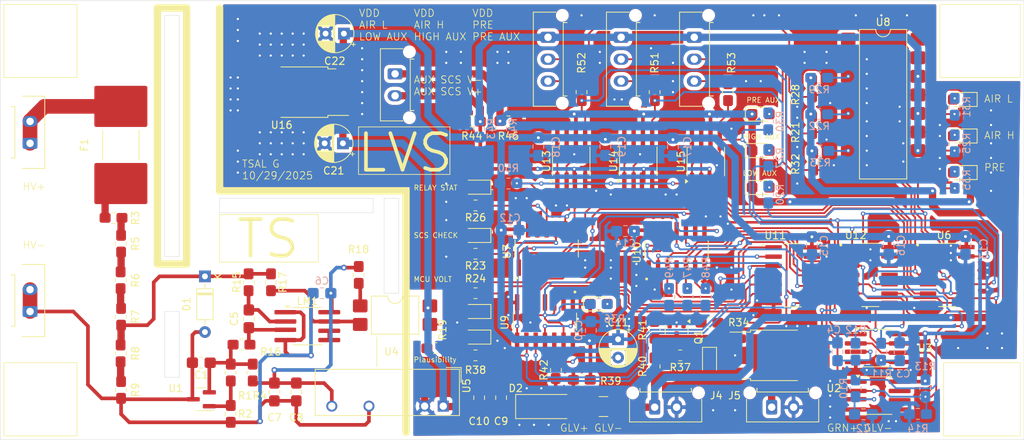
<source format=kicad_pcb>
(kicad_pcb (version 20241229) (generator "pcbnew") (generator_version "9.0")
  (layers (0 "F.Cu" signal) (2 "B.Cu" signal) (13 "F.Paste" user) (15 "B.Paste" user) (5 "F.SilkS" user "F.Silkscreen") (7 "B.SilkS" user "B.Silkscreen") (1 "F.Mask" user) (3 "B.Mask" user) (25 "Edge.Cuts" user))
  (net 0 "")
  (net 1 "/Vref")
  (net 2 "GND")
  (net 3 "Net-(LM1-+)")
  (net 4 "Net-(LM1--)")
  (net 5 "+12V")
  (net 6 "GLV-")
  (net 7 "VCC")
  (net 8 "/POWER_CYCLE")
  (net 9 "/Vin")
  (net 10 "Net-(D2-A)")
  (net 11 "Net-(D3-A)")
  (net 12 "Net-(D4-A)")
  (net 13 "/GRN+")
  (net 14 "Net-(D5-A)")
  (net 15 "Net-(D6-A)")
  (net 16 "Net-(D8-A)")
  (net 17 "Net-(D9-A)")
  (net 18 "Net-(D11-A)")
  (net 19 "Net-(D7-A)")
  (net 20 "Net-(D13-A)")
  (net 21 "Net-(D14-A)")
  (net 22 "Net-(D10-A)")
  (net 23 "Net-(D12-K)")
  (net 24 "Net-(J1-Pin_1)")
  (net 25 "Net-(F1-Pad1)")
  (net 26 "GLV+")
  (net 27 "+5V")
  (net 28 "/RAW_AIR_L")
  (net 29 "/RAW_AIR_H")
  (net 30 "/RAW_PRECHARGE")
  (net 31 "Net-(LM1-BAL)")
  (net 32 "Net-(LM1-Pad7)")
  (net 33 "/Light_out")
  (net 34 "Net-(U1-REF)")
  (net 35 "Net-(R3-Pad2)")
  (net 36 "Net-(R5-Pad2)")
  (net 37 "Net-(R6-Pad1)")
  (net 38 "Net-(R8-Pad1)")
  (net 39 "Net-(Q1-B)")
  (net 40 "Net-(R18-Pad2)")
  (net 41 "VSS")
  (net 42 "/AIR_H_AUX")
  (net 43 "/AIR_L_AUX")
  (net 44 "/PRECHARGE_AUX")
  (net 45 "/AUX_unmatch")
  (net 46 "/MCU_V")
  (net 47 "Net-(Q1-C)")
  (net 48 "Net-(R22-Pad2)")
  (net 49 "/SCS")
  (net 50 "/PRECHARGE")
  (net 51 "/AIR_H")
  (net 52 "/AIR_L")
  (net 53 "/LATCH_OFF")
  (net 54 "/RAW_SCS")
  (net 55 "/RAW MCU_V")
  (net 56 "Net-(R29-Pad2)")
  (net 57 "Net-(R33-Pad2)")
  (net 58 "Net-(U6-Pad6)")
  (net 60 "Net-(U6-Pad11)")
  (net 63 "Net-(U10-Pad4)")
  (net 64 "Net-(U10-Pad1)")
  (net 65 "Net-(U10-Pad2)")
  (net 66 "Net-(U6-Pad8)")
  (net 67 "Net-(U10-Pad10)")
  (net 69 "/AIR_H_unmatch")
  (net 70 "/AIR_L_unmatch")
  (net 73 "/PRECHARGE_unmatch")
  (net 74 "Net-(U10-Pad11)")
  (net 76 "Net-(U9-Pad1)")
  (net 77 "VDD")
  (net 78 "/V_REF_DELAY")
  (net 80 "Net-(U11-Pad4)")
  (net 82 "Net-(U11-Pad5)")
  (net 83 "/AIR_H_unmatch_trig")
  (net 84 "/AIR_L_unmatch_trig")
  (net 85 "/PRECHARGE_unmatch_trig")
  (net 86 "/PRECHARGE_F")
  (net 87 "/AIR_L_F")
  (net 88 "/AIR_H_F")
  (net 89 "Net-(U11-Pad6)")
  (net 90 "Net-(U11-Pad3)")
  (net 97 "Net-(J3-Pin_3)")
  (net 98 "Net-(J6-Pin_3)")
  (net 99 "Net-(J7-Pin_3)")
  (net 100 "/RELAY STATUS")
  (footprint "Package_DIP:SMDIP-4_W9.53mm" (layer "F.Cu") (at 79 81)
    (property "Reference" "U4")
    (property "Value" "LTV-817S")
  )
  (footprint "RMC_SO:SOIC127P600X175-14N" (layer "F.Cu") (at 99.5 81.88 -90)
    (property "Reference" "U9")
    (property "Value" "74HC02")
  )
  (footprint "RMC_SO:SOIC127P600X175-14N" (layer "F.Cu") (at 144 75.5)
    (property "Reference" "U12")
    (property "Value" "74HC86")
  )
  (footprint "RMC_Resistor:R_0805_2012Metric_Pad1.20x1.40mm_HandSolder_L" (layer "F.Cu") (at 59 76.5 90)
    (property "Reference" "R15")
    (property "Value" "100R")
  )
  (footprint "RMC_Resistor:R_0805_2012Metric_Pad1.20x1.40mm_HandSolder_L" (layer "F.Cu") (at 40.5 67.725)
    (property "Reference" "R3")
    (property "Value" "249k")
  )
  (footprint "MountingHole:MountingHole_4.3mm_M4" (layer "F.Cu") (at 30.5 43.5)
    (property "Reference" "H3" (hide yes))
    (property "Value" "MountingHole")
  )
  (footprint "RMC_Resistor:R_0805_2012Metric_Pad1.20x1.40mm_HandSolder_L" (layer "F.Cu") (at 114.5 50.5 -90)
    (property "Reference" "R51")
    (property "Value" "1k")
  )
  (footprint "RMC_SO:SOIC-8_3.9x4.9mm_P1.27mm_RMC_Handsolder" (layer "F.Cu") (at 67 82.5)
    (property "Reference" "LM1")
    (property "Value" "LM311")
  )
  (footprint "RMC_LED:LED_0805_2012Metric_Pad1.45x1.40mm_HandSolder" (layer "F.Cu") (at 129 63.54)
    (property "Reference" "D3" (hide yes))
    (property "Value" "LED")
  )
  (footprint "RMC_Resistor:R_0805_2012Metric_Pad1.20x1.40mm_HandSolder_L" (layer "F.Cu") (at 59.5 88.8475 -90)
    (property "Reference" "R4")
    (property "Value" "2k2")
  )
  (footprint "RMC_SO:SOIC-8_3.9x4.9mm_P1.27mm_RMC_Handsolder" (layer "F.Cu") (at 103.095 59.9525 90)
    (property "Reference" "U13")
    (property "Value" "LM393")
  )
  (footprint "Connector_Molex:Molex_Micro-Fit_3.0_43650-0215_1x02_P3.00mm_Vertical" (layer "F.Cu") (at 29.085 57.5 90)
    (property "Reference" "J1" (hide yes))
    (property "Value" "Conn_01x02_Pin")
  )
  (footprint "RMC_Resistor:R_0805_2012Metric_Pad1.20x1.40mm_HandSolder_L" (layer "F.Cu") (at 104.536142 89.88)
    (property "Reference" "R39")
    (property "Value" "4.7k")
  )
  (footprint "RMC_Resistor:R_0805_2012Metric_Pad1.20x1.40mm_HandSolder_L" (layer "F.Cu") (at 122 82 180)
    (property "Reference" "R34")
    (property "Value" "1k")
  )
  (footprint "RMC_LED:LED_0805_2012Metric_Pad1.45x1.40mm_HandSolder" (layer "F.Cu") (at 156.5 51.5 180)
    (property "Reference" "D10" (hide yes))
    (property "Value" "LED")
  )
  (footprint "Fuse:Fuse_Littelfuse-NANO2-885" (layer "F.Cu") (at 41.5 57.725 90)
    (property "Reference" "F1")
    (property "Value" "Fuse")
  )
  (footprint "RMC_Resistor:R_0805_2012Metric_Pad1.20x1.40mm_HandSolder_L" (layer "F.Cu") (at 41.5 71.225 -90)
    (property "Reference" "R5")
    (property "Value" "249k")
  )
  (footprint "Connector_Molex:Molex_Micro-Fit_3.0_43650-0215_1x02_P3.00mm_Vertical" (layer "F.Cu") (at 114.5 93.585)
    (property "Reference" "J4")
    (property "Value" "Conn_01x02_Pin")
  )
  (footprint "RMC_LED:LED_0805_2012Metric_Pad1.45x1.40mm_HandSolder" (layer "F.Cu") (at 129 58.5)
    (property "Reference" "D8" (hide yes))
    (property "Value" "LED")
  )
  (footprint "RMC_LED:LED_0805_2012Metric_Pad1.45x1.40mm_HandSolder" (layer "F.Cu") (at 129 53.5)
    (property "Reference" "D9" (hide yes))
    (property "Value" "LED")
  )
  (footprint "RMC_SO:SOIC127P600X175-14N" (layer "F.Cu") (at 99.73 71.88 90)
    (property "Reference" "U7")
    (property "Value" "4023")
  )
  (footprint "RMC_Capacitor:C_0805_2012Metric_Pad1.18x1.45mm_HandSolder_L" (layer "F.Cu") (at 59 81.5 -90)
    (property "Reference" "C5")
    (property "Value" "10n")
  )
  (footprint "MountingHole:MountingHole_4.3mm_M4" (layer "F.Cu") (at 159.5 92.5)
    (property "Reference" "H2" (hide yes))
    (property "Value" "MountingHole")
  )
  (footprint "RMC_Capacitor:C_0805_2012Metric_Pad1.18x1.45mm_HandSolder_L" (layer "F.Cu") (at 65.5 91.5 90)
    (property "Reference" "C8")
    (property "Value" "0.1uF")
  )
  (footprint "Connector_Molex:Molex_Micro-Fit_3.0_43650-0215_1x02_P3.00mm_Vertical" (layer "F.Cu") (at 130.5 93.585)
    (property "Reference" "J5")
    (property "Value" "Conn_01x02_Pin")
  )
  (footprint "RMC_SO:SOIC127P600X175-14N" (layer "F.Cu") (at 154.5 75.5)
    (property "Reference" "U6")
    (property "Value" "74HC00")
  )
  (footprint "RMC_Resistor:R_0805_2012Metric_Pad1.20x1.40mm_HandSolder_L" (layer "F.Cu") (at 74 75.5 -90)
    (property "Reference" "R18")
    (property "Value" "1k")
  )
  (footprint "RMC_SOT:SOT-23" (layer "F.Cu") (at 52.5 92.5 180)
    (property "Reference" "U1")
    (property "Value" "TLV431")
  )
  (footprint "Connector_Molex:Molex_Micro-Fit_3.0_43650-0215_1x02_P3.00mm_Vertical" (layer "F.Cu") (at 79 48 -90)
    (property "Reference" "J8" (hide yes))
    (property "Value" "Conn_01x02_Pin")
  )
  (footprint "RMC_Capacitor:C_0805_2012Metric_Pad1.18x1.45mm_HandSolder_L" (layer "F.Cu") (at 90.5 92.2844 -90)
    (property "Reference" "C10")
    (property "Value" "2.2uF")
  )
  (footprint "RMC_SO:SOIC-8_3.9x4.9mm_P1.27mm_RMC_Handsolder" (layer "F.Cu") (at 112.256142 59.9525 90)
    (property "Reference" "U14")
    (property "Value" "LM393")
  )
  (footprint "RMC_Resistor:R_0805_2012Metric_Pad1.20x1.40mm_HandSolder_L" (layer "F.Cu") (at 90 86.5 180)
    (property "Reference" "R38")
    (property "Value" "1k")
  )
  (footprint "RMC_LED:LED_0805_2012Metric_Pad1.45x1.40mm_HandSolder" (layer "F.Cu") (at 156.5 56.5 180)
    (property "Reference" "D6" (hide yes))
    (property "Value" "LED")
  )
  (footprint "Connector_Molex:Molex_Micro-Fit_3.0_43650-0215_1x02_P3.00mm_Vertical" (layer "F.Cu") (at 29.085 80.5 90)
    (property "Reference" "J2" (hide yes))
    (property "Value" "Conn_01x02_Pin")
  )
  (footprint "Connector_Molex:Molex_Micro-Fit_3.0_43650-0315_1x03_P3.00mm_Vertical" (layer "F.Cu") (at 99.915 43 -90)
    (property "Reference" "J3" (hide yes))
    (property "Value" "Conn_01x03_Pin")
  )
  (footprint "Capacitor_THT:CP_Radial_D5.0mm_P2.50mm" (layer "F.Cu") (at 72 42.5 180)
    (property "Reference" "C22")
    (property "Value" "0.1uF")
  )
  (footprint "RMC_Resistor:R_0805_2012Metric_Pad1.20x1.40mm_HandSolder_L" (layer "F.Cu") (at 114.5 88 90)
    (property "Reference" "R40")
    (property "Value" "1k")
  )
  (footprint "RMC_Resistor:R_0805_2012Metric_Pad1.20x1.40mm_HandSolder_L" (layer "F.Cu") (at 56.5 94.5 -90)
    (property "Reference" "R2")
    (property "Value" "10k")
  )
  (footprint "Diode_SMD:D_SMA_Handsoldering" (layer "F.Cu") (at 100 93.5)
    (property "Reference" "D2")
    (property "Value" "D")
  )
  (footprint "RMC_Resistor:R_0805_2012Metric_Pad1.20x1.40mm_HandSolder_L" (layer "F.Cu") (at 90 78 180)
    (property "Reference" "R24")
    (property "Value" "1k")
  )
  (footprint "RMC_Resistor:R_0805_2012Metric_Pad1.20x1.40mm_HandSolder_L" (layer "F.Cu") (at 124.5 50.5 -90)
    (property "Reference" "R53")
    (property "Value" "1k")
  )
  (footprint "footprints:Converter_DCDC_F1212" (layer "F.Cu") (at 85.5875 93.44 -90)
    (property "Reference" "U5")
    (property "Value" "B1212")
  )
  (footprint "RMC_Resistor:R_0805_2012Metric_Pad1.20x1.40mm_HandSolder_L" (layer "F.Cu") (at 90 72.6 180)
    (property "Reference" "R23")
    (property "Value" "1k")
  )
  (footprint "Package_DIP:SMDIP-16_W9.53mm" (layer "F.Cu") (at 145.735 52.15)
    (property "Reference" "U8")
    (property "Value" "LTV-847S")
  )
  (footprint "RMC_Resistor:R_0805_2012Metric_Pad1.20x1.40mm_HandSolder_L" (layer "F.Cu") (at 41.5 81.225 -90)
    (property "Reference" "R7")
    (property "Value" "249k")
  )
  (footprint "Connector_Molex:Molex_Micro-Fit_3.0_43650-0315_1x03_P3.00mm_Vertical" (layer "F.Cu") (at 109.915 43 -90)
    (property "Reference" "J6" (hide yes))
    (property "Value" "Conn_01x03_Pin")
  )
  (footprint "Connector_Molex:Molex_Micro-Fit_3.0_43650-0315_1x03_P3.00mm_Vertical" (layer "F.Cu") (at 119.915 43 -90)
    (property "Reference" "J7" (hide yes))
    (property "Value" "Conn_01x03_Pin")
  )
  (footprint "RMC_SO:SOIC127P600X175-14N" (layer "F.Cu") (at 117.5 72 90)
    (property "Reference" "U10")
    (property "Value" "74HC02")
  )
  (footprint "RMC_SO:SOIC-8_3.9x4.9mm_P1.27mm_RMC_Handsolder" (layer "F.Cu") (at 121.5 60 90)
    (property "Reference" "U15")
    (property "Value" "LM393")
  )
  (footprint "RMC_SO:SOIC-8_3.9x4.9mm_P1.27mm_RMC_Handsolder" (layer "F.Cu") (at 145 85.5)
    (property "Reference" "U3")
    (property "Value" "LM393")
  )
  (footprint "Capacitor_THT:CP_Radial_D5.0mm_P2.50mm" (layer "F.Cu") (at 109.5 84.294888 -90)
    (property "Reference" "C11")
    (property "Value" "220u")
  )
  (footprint "RMC_Resistor:R_0805_2012Metric_Pad1.20x1.40mm_HandSolder_L" (layer "F.Cu") (at 136 55 -90)
    (property "Reference" "R21")
    (property "Value" "10k")
  )
  (footprint "RMC_SO:SOIC-8_3.9x4.9mm_P1.27mm_RMC_Handsolder" (layer "F.Cu") (at 145 92)
    (property "Reference" "U2")
    (property "Value" "LM393")
  )
  (footprint "RMC_LED:LED_0805_2012Metric_Pad1.45x1.40mm_HandSolder" (layer "F.Cu") (at 89.993242 84 180)
    (property "Reference" "D14" (hide yes))
    (property "Value" "LED")
  )
  (footprint "Diode_THT:D_DO-35_SOD27_P7.62mm_Horizontal" (layer "F.Cu") (at 53 75.69 -90)
    (property "Reference" "D1")
    (property "Value" "12V")
  )
  (footprint "RMC_Resistor:R_0805_2012Metric_Pad1.20x1.40mm_HandSolder_L" (layer "F.Cu") (at 41.5 86.225 90)
    (property "Reference" "R8")
    (property "Value" "25k")
  )
  (footprint "RMC_Resistor:R_0805_2012Metric_Pad1.20x1.40mm_HandSolder_L" (layer "F.Cu") (at 89.5 54.5 180)
    (property "Reference" "R44")
    (property "Value" "82k")
  )
  (footprint "RMC_Resistor:R_0805_2012Metric_Pad1.20x1.40mm_HandSolder_L" (layer "F.Cu") (at 41.5 91.225 -90)
    (property "Reference" "R9")
    (property "Value" "1k")
  )
  (footprint "RMC_Resistor:R_0805_2012Metric_Pad1.20x1.40mm_HandSolder_L" (layer "F.Cu") (at 58 85 180)
    (property "Reference" "R16")
    (property "Value" "100R")
  )
  (footprint "RMC_Resistor:R_0805_2012Metric_Pad1.20x1.40mm_HandSolder_L" (layer "F.Cu") (at 41.5 76.225 90)
    (property "Reference" "R6")
    (property "Value" "249k")
  )
  (footprint "RMC_Capacitor:C_0805_2012Metric_Pad1.18x1.45mm_HandSolder_L" (layer "F.Cu") (at 62.5 91.5 90)
    (property "Reference" "C7")
    (property "Value" "1uF")
  )
  (footprint "RMC_Resistor:R_0805_2012Metric_Pad1.20x1.40mm_HandSolder_L" (layer "F.Cu") (at 94.5 54.5)
    (property "Reference" "R46")
    (property "Value" "12k")
  )
  (footprint "RMC_Resistor:R_0805_2012Metric_Pad1.20x1.40mm_HandSolder_L" (layer "F.Cu") (at 118 86.5 180)
    (property "Reference" "R37")
    (property "Value" "1k")
  )
  (footprint "MountingHole:MountingHole_4.3mm_M4" (layer "F.Cu") (at 30.5 92.5)
    (property "Reference" "H4" (hide yes))
    (property "Value" "MountingHole")
  )
  (footprint "RMC_LED:LED_0805_2012Metric_Pad1.45x1.40mm_HandSolder" (layer "F.Cu") (at 106.854258 79.4675)
    (property "Reference" "D13" (hide yes))
    (property "Value" "LED")
  )
  (footprint "Package_TO_SOT_SMD:SOT-23" (layer "F.Cu") (at 117.5 83 -90)
    (property "Reference" "Q1")
    (property "Value" "MMBT3904")
  )
  (footprint "RMC_TO:TO-252-2" (layer "F.Cu") (at 66.5 50.5 180)
    (property "Reference" "U16")
    (property "Value" "uA7805")
  )
  (footprint "RMC_TO:TO-252-2" (layer "F.Cu") (at 130.92 86.5)
    (property "Reference" "Q2" (hide yes))
    (property "Value" "PMOS")
  )
  (footprint "RMC_Resistor:R_0805_2012Metric_Pad1.20x1.40mm_HandSolder_L" (layer "F.Cu") (at 136.1525 60 -90)
    (property "Reference" "R32")
    (property "Value" "10k")
  )
  (footprint "RMC_LED:LED_0805_2012Metric_Pad1.45x1.40mm_HandSolder" (layer "F.Cu") (at 89.993242 70.1 180)
    (property "Reference" "D4" (hide yes))
    (property "Value" "LED")
  )
  (footprint "RMC_Resistor:R_0805_2012Metric_Pad1.20x1.40mm_HandSolder_L" (layer "F.Cu") (at 114.5 83 90)
    (property "Reference" "R41")
    (property "Value" "100k")
  )
  (footprint "Capacitor_THT:CP_Radial_D5.0mm_P2.50mm" (layer "F.Cu") (at 71.867677 57.5 180)
    (property "Reference" "C21")
    (property "Value" "0.33uF")
  )
  (footprint "RMC_Resistor:R_0805_2012Metric_Pad1.20x1.40mm_HandSolder_L" (layer "F.Cu") (at 84.5 85.5 180)
    (property "Reference" "R19")
    (property "Value" "1k")
  )
  (footprint "RMC_SO:SOIC127P600X175-14N" (layer "F.Cu") (at 133.38 75.54)
    (property "Reference" "U11")
    (property "Value" "74HC04")
  )
  (footprint "RMC_LED:LED_0805_2012Metric_Pad1.45x1.40mm_HandSolder" (layer "F.Cu") (at 156.5 61.5 180)
    (property "Reference" "D11" (hide yes))
    (property "Value" "LED")
  )
  (footprint "RMC_Resistor:R_0805_2012Metric_Pad1.20x1.40mm_HandSolder_L" (layer "F.Cu") (at 62 76.5 -90)
    (property "Reference" "R17")
    (property "Value" "1M")
  )
  (footprint "RMC_LED:LED_0805_2012Metric_Pad1.45x1.40mm_HandSolder" (layer "F.Cu") (at 90 80.5 180)
    (property "Reference" "D5" (hide yes))
    (property "Value" "LED")
  )
  (footprint "MountingHole:MountingHole_4.3mm_M4" (layer "F.Cu") (at 159.5 43.5)
    (property "Reference" "H1" (hide yes))
    (property "Value" "MountingHole")
  )
  (footprint "RMC_Capacitor:C_0805_2012Metric_Pad1.18x1.45mm_HandSolder_L" (layer "F.Cu") (at 93.5 92.2844 -90)
    (property "Reference" "C9")
    (property "Value" "0.1uF")
  )
  (footprint "RMC_Resistor:R_0805_2012Metric_Pad1.20x1.40mm_HandSolder_L" (layer "F.Cu") (at 104.5 50.5 -90)
    (property "Reference" "R52")
    (property "Value" "1k")
  )
  (footprint "RMC_Resistor:R_0805_2012Metric_Pad1.20x1.40mm_HandSolder_L" (layer "F.Cu") (at 90.006758 66 180)
    (property "Reference" "R26")
    (property "Value" "1k")
  )
  (footprint "RMC_LED:LED_0805_2012Metric_Pad1.45x1.40mm_HandSolder" (layer "F.Cu") (at 90 63.5 180)
    (property "Reference" "D7" (hide yes))
    (property "Value" "LED")
  )
  (footprint "RMC_Resistor:R_0805_2012Metric_Pad1.20x1.40mm_HandSolder_L" (layer "F.Cu") (at 136 50 -90)
    (property "Reference" "R28")
    (property "Value" "10k")
  )
  (footprint "RMC_LED:LED_0805_2012Metric_Pad1.45x1.40mm_HandSolder" (layer "F.Cu") (at 122 87.5 -90)
    (property "Reference" "D12" (hide yes))
    (property "Value" "LED")
  )
  (footprint "RMC_Resistor:R_0805_2012Metric_Pad1.20x1.40mm_HandSolder_L" (layer "F.Cu") (at 101 88.5 90)
    (property "Reference" "R42")
    (property "Value" "4.7k")
  )
  (footprint "RMC_Capacitor:C_0805_2012Metric_Pad1.18x1.45mm_HandSolder_L" (layer "F.Cu") (at 52.5 87.5 180)
    (property "Reference" "C1")
    (property "Value" "0.1uF")
  )
  (footprint "Fuse:Fuse_1210_3225Metric_Pad1.42x2.65mm_HandSolder" (layer "F.Cu") (at 107.5 93.5 180)
    (property "Reference" "F2" (hide yes))
    (property "Value" "Fuse")
  )
  (footprint "RMC_Resistor:R_0805_2012Metric_Pad1.20x1.40mm_HandSolder_L" (layer "F.Cu") (at 56.5 88.8475 -90)
    (property "Reference" "R1")
    (property "Value" "2k")
  )
  (footprint "RMC_Capacitor:C_0805_2012Metric_Pad1.18x1.45mm_HandSolder_L" (layer "B.Cu") (at 110.5 69.5)
    (property "Reference" "C14")
    (property "Value" "0.1uF")
  )
  (footprint "RMC_Resistor:R_0805_2012Metric_Pad1.20x1.40mm_HandSolder_L" (layer "B.Cu") (at 142 86 -90)
    (property "Reference" "R12")
    (property "Value" "1M")
  )
  (footprint "RMC_Resistor:R_0805_2012Metric_Pad1.20x1.40mm_HandSolder_L" (layer "B.Cu") (at 137.1525 58.5)
    (property "Reference" "R33")
    (property "Value" "1k")
  )
  (footprint "RMC_Resistor:R_0805_2012Metric_Pad1.20x1.40mm_HandSolder_L" (layer "B.Cu") (at 106.8475 79.4675)
    (property "Reference" "R36")
    (property "Value" "1k")
  )
  (footprint "RMC_Capacitor:C_0805_2012Metric_Pad1.18x1.45mm_HandSolder_L" (layer "B.Cu") (at 136 71.5 90)
    (property "Reference" "C15")
    (property "Value" "0.1uF")
  )
  (footprint "RMC_Capacitor:C_0805_2012Metric_Pad1.18x1.45mm_HandSolder_L" (layer "B.Cu") (at 117 58 90)
    (property "Reference" "C17")
    (property "Value" "0.1uF")
  )
  (footprint "RMC_Capacitor:C_0805_2012Metric_Pad1.18x1.45mm_HandSolder_L" (layer "B.Cu") (at 69 78 180)
    (property "Reference" "C6")
    (property "Value" "0.1uF")
  )
  (footprint "RMC_Resistor:R_0805_2012Metric_Pad1.20x1.40mm_HandSolder_L" (layer "B.Cu") (at 93.5 55.5 90)
    (property "Reference" "R45")
    (property "Value" "82k")
  )
  (footprint "RMC_Capacitor:C_0805_2012Metric_Pad1.18x1.45mm_HandSolder_L" (layer "B.Cu") (at 107.756142 57.9525 90)
    (property "Reference" "C19")
    (property "Value" "0.1uF")
  )
  (footprint "RMC_Resistor:R_0805_2012Metric_Pad1.20x1.40mm_HandSolder_L" (layer "B.Cu") (at 142 91 -90)
    (property "Reference" "R10")
    (property "Value" "1M")
  )
  (footprint "RMC_Resistor:R_0805_2012Metric_Pad1.20x1.40mm_HandSolder_L" (layer "B.Cu") (at 94.5 63 180)
    (property "Reference" "R50")
    (property "Value" "4.7k")
  )
  (footprint "RMC_Capacitor:C_0805_2012Metric_Pad1.18x1.45mm_HandSolder_L" (layer "B.Cu") (at 98.595 57.9525 90)
    (property "Reference" "C18")
    (property "Value" "0.1uF")
  )
  (footprint "RMC_Resistor:R_0805_2012Metric_Pad1.20x1.40mm_HandSolder_L" (layer "B.Cu") (at 130 59.5 90)
    (property "Reference" "R27")
    (property "Value" "4.7k")
  )
  (footprint "RMC_Resistor:R_0805_2012Metric_Pad1.20x1.40mm_HandSolder_L" (layer "B.Cu") (at 121.5 78.5 -90)
    (property "Reference" "R48")
    (property "Value" "4.7k")
  )
  (footprint "RMC_Resistor:R_0805_2012Metric_Pad1.20x1.40mm_HandSolder_L" (layer "B.Cu") (at 151.5 91 90)
    (property "Reference" "R13")
    (property "Value" "4.7k")
  )
  (footprint "RMC_Capacitor:C_0805_2012Metric_Pad1.18x1.45mm_HandSolder_L" (layer "B.Cu") (at 94.73 69.38 180)
    (property "Reference" "C12")
    (property "Value" "0.1uF")
  )
  (footprint "RMC_Resistor:R_0805_2012Metric_Pad1.20x1.40mm_HandSolder_L" (layer "B.Cu") (at 155.5 62.5 90)
    (property "Reference" "R35")
    (property "Value" "4.7k")
  )
  (footprint "RMC_Resistor:R_0805_2012Metric_Pad1.20x1.40mm_HandSolder_L" (layer "B.Cu") (at 119 78.5 -90)
    (property "Reference" "R47")
    (property "Value" "4.7k")
  )
  (footprint "RMC_Resistor:R_0805_2012Metric_Pad1.20x1.40mm_HandSolder_L" (layer "B.Cu") (at 155.5 57.5 90)
    (property "Reference" "R25")
    (property "Value" "4.7k")
  )
  (footprint "RMC_Capacitor:C_0805_2012Metric_Pad1.18x1.45mm_HandSolder_L" (layer "B.Cu") (at 143.05 94.56)
    (property "Reference" "C2")
    (property "Value" "1u-10u")
  )
  (footprint "RMC_Resistor:R_0805_2012Metric_Pad1.20x1.40mm_HandSolder_L" (layer "B.Cu") (at 137 53.5)
    (property "Reference" "R22")
    (property "Value" "1k")
  )
  (footprint "RMC_Resistor:R_0805_2012Metric_Pad1.20x1.40mm_HandSolder_L" (layer "B.Cu") (at 90.5 55.5 90)
    (property "Reference" "R43")
    (property "Value" "12k")
  )
  (footprint "RMC_Capacitor:C_0805_2012Metric_Pad1.18x1.45mm_HandSolder_L" (layer "B.Cu") (at 146.5 71.46 90)
    (property "Reference" "C16")
    (property "Value" "0.1uF")
  )
  (footprint "RMC_Capacitor:C_0805_2012Metric_Pad1.18x1.45mm_HandSolder_L" (layer "B.Cu") (at 148 86 90)
    (property "Reference" "C3")
    (property "Value" "1u-10u")
  )
  (footprint "RMC_Resistor:R_0805_2012Metric_Pad1.20x1.40mm_HandSolder_L" (layer "B.Cu") (at 150.5 94.5)
    (property "Reference" "R14")
    (property "Value" "4.7k")
  )
  (footprint "RMC_Resistor:R_0805_2012Metric_Pad1.20x1.40mm_HandSolder_L" (layer "B.Cu") (at 130 54.5 90)
    (property "Reference" "R30")
    (property "Value" "4.7k")
  )
  (footprint "RMC_Resistor:R_0805_2012Metric_Pad1.20x1.40mm_HandSolder_L" (layer "B.Cu") (at 155.5 52.5 90)
    (property "Reference" "R31")
    (property "Value" "4.7k")
  )
  (footprint "RMC_Resistor:R_0805_2012Metric_Pad1.20x1.40mm_HandSolder_L" (layer "B.Cu") (at 145.5 86 -90)
    (property "Reference" "R11")
    (property "Value" "1M")
  )
  (footprint "RMC_Capacitor:C_0805_2012Metric_Pad1.18x1.45mm_HandSolder_L" (layer "B.Cu") (at 105.77 83.0956 -90)
    (property "Reference" "C20")
    (property "Value" "0.1uF")
  )
  (footprint "RMC_Resistor:R_0805_2012Metric_Pad1.20x1.40mm_HandSolder_L" (layer "B.Cu") (at 116.5 78.5 -90)
    (property "Reference" "R49")
    (property "Value" "4.7k")
  )
  (footprint "RMC_Resistor:R_0805_2012Metric_Pad1.20x1.40mm_HandSolder_L" (layer "B.Cu") (at 130 64.5 90)
    (property "Reference" "R20")
    (property "Value" "4.7k")
  )
  (footprint "RMC_Capacitor:C_0805_2012Metric_Pad1.18x1.45mm_HandSolder_L" (layer "B.Cu") (at 139.5 86 90)
    (property "Reference" "C4")
    (property "Value" "1u-10u")
  )
  (footprint "RMC_Resistor:R_0805_2012Metric_Pad1.20x1.40mm_HandSolder_L" (layer "B.Cu") (at 137 48.5)
    (property "Reference" "R29")
    (property "Value" "1k")
  )
  (footprint "RMC_Capacitor:C_0805_2012Metric_Pad1.18x1.45mm_HandSolder_L" (layer "B.Cu") (at 157 71.46 90)
    (property "Reference" "C13")
    (property "Value" "0.1uF")
  )
  (gr_line (start 55 64) (end 55 39) (stroke (width 1)) (layer "F.SilkS"))
  (gr_line (start 55 64) (end 80.5 64) (stroke (width 1)) (layer "F.SilkS"))
  (gr_line (start 76.5 84) (end 76.5 88) (stroke (width 0.1)) (layer "F.SilkS"))
  (gr_line (start 46.5 74) (end 50.5 74) (stroke (width 1)) (layer "F.SilkS"))
  (gr_rect (start 25.5 38.5) (end 35.5 48.5) (stroke (width 0.1)) (fill no) (layer "F.SilkS"))
  (gr_line (start 50.5 74) (end 50.5 39) (stroke (width 1)) (layer "F.SilkS"))
  (gr_rect (start 154 87.5) (end 164.5 97.5) (stroke (width 0.1)) (fill no) (layer "F.SilkS"))
  (gr_rect (start 74 55.25) (end 86.5 61.75) (stroke (width 0.1)) (fill no) (layer "F.SilkS"))
  (gr_line (start 46.5 39) (end 50.5 39) (stroke (width 1)) (layer "F.SilkS"))
  (gr_rect (start 153.5 38.5) (end 164.5 48.5) (stroke (width 0.1)) (fill no) (layer "F.SilkS"))
  (gr_rect (start 55 67.25) (end 68.5 73.75) (stroke (width 0.1)) (fill no) (layer "F.SilkS"))
  (gr_line (start 46.5 74) (end 46.5 39) (stroke (width 1)) (layer "F.SilkS"))
  (gr_line (start 80.5 97) (end 80.5 70) (stroke (width 1)) (layer "F.SilkS"))
  (gr_line (start 80.5 70) (end 80.5 64) (stroke (width 1)) (layer "F.SilkS"))
  (gr_rect (start 25.5 87.5) (end 35.5 97.5) (stroke (width 0.1)) (fill no) (layer "F.SilkS"))
  (gr_rect (start 47.5 40) (end 49.5 73) (stroke (width 0.05)) (fill no) (layer "Edge.Cuts"))
  (gr_rect (start 55 65) (end 76 67) (stroke (width 0.05)) (fill no) (layer "Edge.Cuts"))
  (gr_rect (start 77.5 65) (end 79.5 78) (stroke (width 0.05)) (fill no) (layer "Edge.Cuts"))
  (gr_rect (start 47.5 80.5) (end 49.5 89.5) (stroke (width 0.05)) (fill no) (layer "Edge.Cuts"))
  (gr_rect (start 25 38) (end 165 98) (stroke (width 0.05)) (fill no) (layer "Edge.Cuts"))
  (gr_text "GLV+ GLV-" (at 101.5 97 0) (layer "F.SilkS") (effects (font (size 1 1) (thickness 0.1)) (justify left bottom)))
  (gr_text "RELAY STAT\n" (at 81.5 64 0) (layer "F.SilkS") (effects (font (size 0.7 0.7) (thickness 0.1)) (justify left bottom)))
  (gr_text "TSAL G \n10/29/2025" (at 58 62.5 0) (layer "F.SilkS") (effects (font (size 1 1) (thickness 0.1)) (justify left bottom)))
  (gr_text "Plausibility\n" (at 81.5 87.5 0) (layer "F.SilkS") (effects (font (size 0.7 0.7) (thickness 0.1)) (justify left bottom)))
  (gr_text "LOW AUX" (at 126.5 62 0) (layer "F.SilkS") (effects (font (size 0.7 0.7) (thickness 0.1)) (justify left bottom)))
  (gr_text "HV-" (at 28 72 0) (layer "F.SilkS") (effects (font (size 1 1) (thickness 0.1)) (justify left bottom)))
  (gr_text "HV+" (at 28 64 0) (layer "F.SilkS") (effects (font (size 1 1) (thickness 0.1)) (justify left bottom)))
  (gr_text "VDD\nAIR H\nHIGH AUX" (at 81.5 43.5 0) (layer "F.SilkS") (effects (font (size 1 1) (thickness 0.1)) (justify left bottom)))
  (gr_text "AIR H" (at 159.5 57 0) (layer "F.SilkS") (effects (font (size 1 1) (thickness 0.1)) (justify left bottom)))
  (gr_text "AUX SCS V-\nAUX SCS V+" (at 81.5 51 0) (layer "F.SilkS") (effects (font (size 1 1) (thickness 0.1)) (justify left bottom)))
  (gr_text "PRE\n\n" (at 159.5 63 0) (layer "F.SilkS") (effects (font (size 1 1) (thickness 0.1)) (justify left bottom)))
  (gr_text "SCS CHECK\n" (at 81.5 70.5 0) (layer "F.SilkS") (effects (font (size 0.7 0.7) (thickness 0.1)) (justify left bottom)))
  (gr_text "PRE AUX" (at 127 52 0) (layer "F.SilkS") (effects (font (size 0.7 0.7) (thickness 0.1)) (justify left bottom)))
  (gr_text "GRN+ GLV-" (at 138 97 0) (layer "F.SilkS") (effects (font (size 1 1) (thickness 0.1)) (justify left bottom)))
  (gr_text "HIGH AUX" (at 126.5 57 0) (layer "F.SilkS") (effects (font (size 0.7 0.7) (thickness 0.1)) (justify left bottom)))
  (gr_text "TS" (at 57 73.5 0) (layer "F.SilkS") (effects (font (size 5 5) (thickness 0.5)) (justify left bottom)))
  (gr_text "MCU VOLT" (at 81.5 76.5 0) (layer "F.SilkS") (effects (font (size 0.7 0.7) (thickness 0.1)) (justify left bottom)))
  (gr_text "VDD\nAIR L\nLOW AUX" (at 74 43.5 0) (layer "F.SilkS") (effects (font (size 1 1) (thickness 0.1)) (justify left bottom)))
  (gr_text "VDD\nPRE\nPRE AUX\n" (at 89.5 43.5 0) (layer "F.SilkS") (effects (font (size 1 1) (thickness 0.1)) (justify left bottom)))
  (gr_text "AIR L" (at 159.5 52 0) (layer "F.SilkS") (effects (font (size 1 1) (thickness 0.1)) (justify left bottom)))
  (gr_text "LVS" (at 73.5 61.75 0) (layer "F.SilkS") (effects (font (size 5 5) (thickness 0.5)) (justify left bottom)))
  (segment (start 56.3444 87.5069) (end 56.5325 87.695) (width 0.5) (layer "F.Cu") (net 1))
  (segment (start 56.5325 87.695) (end 56.5325 85.3475) (width 0.5) (layer "F.Cu") (net 1))
  (segment (start 53.7156 87.5069) (end 56.3444 87.5069) (width 0.5) (layer "F.Cu") (net 1))
  (segment (start 53.6 87.6225) (end 53.7156 87.5069) (width 0.5) (layer "F.Cu") (net 1))
  (segment (start 59.5325 87.695) (end 56.5325 87.695) (width 0.5) (layer "F.Cu") (net 1))
  (segment (start 56.5325 85.3475) (end 56.8475 85.0325) (width 0.5) (layer "F.Cu") (net 1))
  (segment (start 53.6 91.55) (end 53.6 87.6225) (width 0.5) (layer "F.Cu") (net 1))
  (segment (start 75.4275 93.44) (end 75.4275 95.5) (width 0.5) (layer "F.Cu") (net 2))
  (segment (start 42.6525 95.6525) (end 56.5325 95.6525) (width 0.5) (layer "F.Cu") (net 2))
  (segment (start 41.5325 92.3775) (end 41.5325 94.5325) (width 0.5) (layer "F.Cu") (net 2))
  (segment (start 41.655 92.5) (end 41.5325 92.3775) (width 0.5) (layer "F.Cu") (net 2))
  (segment (start 51.4 92.5) (end 41.655 92.5) (width 0.5) (layer "F.Cu") (net 2))
  (segment (start 41.5325 92.3775) (end 38.8775 92.3775) (width 0.5) (layer "F.Cu") (net 2))
  (segment (start 64 80.595) (end 66.047499 80.595) (width 0.5) (layer "F.Cu") (net 2))
  (segment (start 29.085 77.5) (end 29.085 80.5) (width 2) (layer "F.Cu") (net 2))
  (segment (start 65.4931 95.4931) (end 65.4931 92.7156) (width 0.5) (layer "F.Cu") (net 2))
  (segment (start 60.305 95.5) (end 60.1525 95.6525) (width 0.5) (layer "F.Cu") (net 2))
  (segment (start 51.2844 83.7156) (end 51.2844 87.5) (width 0.5) (layer "F.Cu") (net 2))
  (segment (start 53 83.31) (end 51.69 83.31) (width 0.5) (layer "F.Cu") (net 2))
  (segment (start 64.5 86.5) (end 67.5 86.5) (width 0.5) (layer "F.Cu") (net 2))
  (segment (start 66.095 84.405) (end 64 84.405) (width 0.5) (layer "F.Cu") (net 2))
  (segment (start 38.8775 92.3775) (end 37 90.5) (width 0.5) (layer "F.Cu") (net 2))
  (segment (start 41.5325 94.5325) (end 42.6525 95.6525) (width 0.5) (layer "F.Cu") (net 2))
  (segment (start 37 90.5) (end 37 82.5) (width 0.5) (layer "F.Cu") (net 2))
  (segment (start 35 80.5) (end 29.085 80.5) (width 0.5) (layer "F.Cu") (net 2))
  (segment (start 75.4275 95.5) (end 74.9275 96) (width 0.5) (layer "F.Cu") (net 2))
  (segment (start 60.5325 95.5) (end 60.5325 93.4675) (width 0.5) (layer "F.Cu") (net 2))
  (segment (start 61.2844 92.7156) (end 62.4931 92.7156) (width 0.5) (layer "F.Cu") (net 2))
  (segment (start 60.5325 93.4675) (end 61.2844 92.7156) (width 0.5) (layer "F.Cu") (net 2))
  (segment (start 65.4931 92.7156) (end 62.4931 92.7156) (width 0.5) (layer "F.Cu") (net 2))
  (segment (start 60.5325 95.5) (end 60.305 95.5) (width 0.5) (layer "F.Cu") (net 2))
  (segment (start 66 96) (end 65.4931 95.4931) (width 0.5) (layer "F.Cu") (net 2))
  (segment (start 66.047499 80.595) (end 66.5 81.047501) (width 0.5) (layer "F.Cu") (net 2))
  (segment (start 64 86) (end 64.5 86.5) (width 0.5) (layer "F.Cu") (net 2))
  (segment (start 64 84.405) (end 64 86) (width 0.5) (layer "F.Cu") (net 2))
  (segment (start 37 82.5) (end 35 80.5) (width 0.5) (layer "F.Cu") (net 2))
  (segment (start 51.2844 87.5) (end 51.2844 92.3844) (width 0.5) (layer "F.Cu") (net 2))
  (segment (start 66.5 84) (end 66.095 84.405) (width 0.5) (layer "F.Cu") (net 2))
  (segment (start 74.9275 96) (end 66 96) (width 0.5) (layer "F.Cu") (net 2))
  (segment (start 66.5 81.047501) (end 66.5 84) (width 0.5) (layer "F.Cu") (net 2))
  (segment (start 60.1525 95.6525) (end 56.5325 95.6525) (width 0.5) (layer "F.Cu") (net 2))
  (segment (start 51.69 83.31) (end 51.2844 83.7156) (width 0.5) (layer "F.Cu") (net 2))
  (segment (start 51.2844 92.3844) (end 51.4 92.5) (width 0.5) (layer "F.Cu") (net 2))
  (via (at 67.5 86.5) (size 0.8) (drill 0.4) (layers "F.Cu" "B.Cu") (net 2))
  (via (at 60.5325 95.5) (size 0.8) (drill 0.4) (layers "F.Cu" "B.Cu") (net 2))
  (segment (start 60.5325 95.5) (end 60.5325 87.4675) (width 0.5) (layer "B.Cu") (net 2))
  (segment (start 61.5 86.5) (end 67.5 86.5) (width 0.5) (layer "B.Cu") (net 2))
  (segment (start 60.5325 87.4675) (end 61.5 86.5) (width 0.5) (layer "B.Cu") (net 2))
  (segment (start 67.5 78.2844) (end 67.7844 78) (width 0.5) (layer "B.Cu") (net 2))
  (segment (start 67.5 86.5) (end 67.5 78.2844) (width 0.5) (layer "B.Cu") (net 2))
  (segment (start 58.9675 77.6525) (end 58.9675 80.245) (width 0.5) (layer "F.Cu") (net 3))
  (segment (start 61.865 81.865) (end 64 81.865) (width 0.5) (layer "F.Cu") (net 3))
  (segment (start 60.2844 80.2844) (end 61.865 81.865) (width 0.5) (layer "F.Cu") (net 3))
  (segment (start 59.0069 80.2844) (end 60.2844 80.2844) (width 0.5) (layer "F.Cu") (net 3))
  (segment (start 58.9675 80.245) (end 59.0069 80.2844) (width 0.5) (layer "F.Cu") (net 3))
  (segment (start 59.2844 83) (end 59 82.7156) (width 0.5) (layer "F.Cu") (net 4))
  (segment (start 59 84.88) (end 59.1525 85.0325) (width 0.5) (layer "F.Cu") (net 4))
  (segment (start 63.9875 83) (end 59.2844 83) (width 0.5) (layer "F.Cu") (net 4))
  (segment (start 59 82.7156) (end 59 84.88) (width 0.5) (layer "F.Cu") (net 4))
  (segment (start 70.3475 91.3475) (end 70.3475 93.44) (width 0.5) (layer "F.Cu") (net 5))
  (segment (start 59.8169 90.2844) (end 59.5325 90) (width 0.5) (layer "F.Cu") (net 5))
  (segment (start 62.5 88.5) (end 62.5 90.2844) (width 0.5) (layer "F.Cu") (net 5))
  (segment (start 70.3475 80.2475) (end 70 80.595) (width 0.5) (layer "F.Cu") (net 5))
  (segment (start 65.5 90.2844) (end 69.2844 90.2844) (width 0.5) (layer "F.Cu") (net 5))
  (segment (start 70.2225 78) (end 70.2156 77.9931) (width 0.5) (layer "F.Cu") (net 5))
  (segment (start 70.3475 78) (end 70.2225 78) (width 0.5) (layer "F.Cu") (net 5))
  (segment (start 70.3475 78) (end 70.3475 80.2475) (width 0.5) (layer "F.Cu") (net 5))
  (segment (start 73.88 74.5) (end 74.0325 74.3475) (width 0.5) (layer "F.Cu") (net 5))
  (segment (start 69.2844 90.2844) (end 70.3475 91.3475) (width 0.5) (layer "F.Cu") (net 5))
  (segment (start 65.5 90.2844) (end 62.5 90.2844) (width 0.5) (layer "F.Cu") (net 5))
  (segment (start 62.5 90.2844) (end 59.8169 90.2844) (width 0.5) (layer "F.Cu") (net 5))
  (segment (start 72 74.5) (end 73.88 74.5) (width 0.5) (layer "F.Cu") (net 5))
  (via (at 62.5 88.5) (size 0.8) (drill 0.4) (layers "F.Cu" "B.Cu") (net 5))
  (via (at 70.2156 77.9931) (size 0.8) (drill 0.4) (layers "F.Cu" "B.Cu") (net 5))
  (via (at 72 74.5) (size 0.8) (drill 0.4) (layers "F.Cu" "B.Cu") (net 5))
  (segment (start 70.2156 77.9931) (end 70.2156 87.7844) (width 0.5) (layer "B.Cu") (net 5))
  (segment (start 69.5 88.5) (end 62.5 88.5) (width 0.5) (layer "B.Cu") (net 5))
  (segment (start 70.2156 75.2844) (end 70.2156 77.9931) (width 0.5) (layer "B.Cu") (net 5))
  (segment (start 71 74.5) (end 70.2156 75.2844) (width 0.5) (layer "B.Cu") (net 5))
  (segment (start 72 74.5) (end 71 74.5) (width 0.5) (layer "B.Cu") (net 5))
  (segment (start 70.2156 87.7844) (end 69.5 88.5) (width 0.5) (layer "B.Cu") (net 5))
  (segment (start 114.6825 82.0625) (end 114.4675 81.8475) (width 0.5) (layer "F.Cu") (net 6))
  (segment (start 83.9312 91.0688) (end 83.0475 91.9525) (width 1) (layer "F.Cu") (net 6))
  (segment (start 83.0475 91.9525) (end 83.0475 93.44) (width 1) (layer "F.Cu") (net 6))
  (segment (start 116.55 82.0625) (end 114.6825 82.0625) (width 0.5) (layer "F.Cu") (net 6))
  (segment (start 93.5069 91.0688) (end 90.5069 91.0688) (width 1) (layer "F.Cu") (net 6))
  (segment (start 90.5069 91.0688) (end 83.9312 91.0688) (width 1) (layer "F.Cu") (net 6))
  (via (at 57.5 58.5) (size 0.6) (drill 0.3) (layers "F.Cu" "B.Cu") (net 6))
  (via (at 150 80) (size 0.6) (drill 0.3) (layers "F.Cu" "B.Cu") (net 6))
  (via (at 160 75.5) (size 0.6) (drill 0.3) (layers "F.Cu" "B.Cu") (net 6))
  (via (at 160.5 61.5) (size 0.6) (drill 0.3) (layers "F.Cu" "B.Cu") (net 6))
  (via (at 148 54.5) (size 0.6) (drill 0.3) (layers "F.Cu" "B.Cu") (net 6))
  (via (at 160.5 53) (size 0.6) (drill 0.3) (layers "F.Cu" "B.Cu") (net 6))
  (via (at 148.5 57.5) (size 0.6) (drill 0.3) (layers "F.Cu" "B.Cu") (net 6))
  (via (at 74.5 53.5) (size 0.6) (drill 0.3) (layers "F.Cu" "B.Cu") (net 6))
  (via (at 74.5 46) (size 0.6) (drill 0.3) (layers "F.Cu" "B.Cu") (net 6))
  (via (at 153.5 61) (size 0.6) (drill 0.3) (layers "F.Cu" "B.Cu") (net 6))
  (via (at 57.5 43.5) (size 0.6) (drill 0.3) (layers "F.Cu" "B.Cu") (net 6))
  (via (at 109 51.5) (size 0.6) (drill 0.3) (layers "F.Cu" "B.Cu") (net 6))
  (via (at 160.5 59.5) (size 0.6) (drill 0.3) (layers "F.Cu" "B.Cu") (net 6))
  (via (at 134 58) (size 0.6) (drill 0.3) (layers "F.Cu" "B.Cu") (net 6))
  (via (at 162 85.5) (size 0.6) (drill 0.3) (layers "F.Cu" "B.Cu") (net 6))
  (via (at 147 88.5) (size 0.6) (drill 0.3) (layers "F.Cu" "B.Cu") (net 6))
  (via (at 117.5 64.5) (size 0.6) (drill 0.3) (layers "F.Cu" "B.Cu") (net 6))
  (via (at 108.5 76) (size 0.6) (drill 0.3) (layers "F.Cu" "B.Cu") (net 6))
  (via (at 128 40) (size 0.6) (drill 0.3) (layers "F.Cu" "B.Cu") (net 6))
  (via (at 111 82.5) (size 0.6) (drill 0.3) (layers "F.Cu" "B.Cu") (net 6))
  (via (at 103.5 59) (size 0.6) (drill 0.3) (layers "F.Cu" "B.Cu") (net 6))
  (via (at 94.5 45) (size 0.6) (drill 0.3) (layers "F.Cu" "B.Cu") (net 6))
  (via (at 93 46.5) (size 0.6) (drill 0.3) (layers "F.Cu" "B.Cu") (net 6))
  (via (at 123 60.5) (size 0.6) (drill 0.3) (layers "F.Cu" "B.Cu") (net 6))
  (via (at 86 65.5) (size 0.6) (drill 0.3) (layers "F.Cu" "B.Cu") (net 6))
  (via (at 155 73.5) (size 0.6) (drill 0.3) (layers "F.Cu" "B.Cu") (net 6))
  (via (at 114.5 77.5) (size 0.6) (drill 0.3) (layers "F.Cu" "B.Cu") (net 6))
  (via (at 134 63) (size 0.6) (drill 0.3) (layers "F.Cu" "B.Cu") (net 6))
  (via (at 65 59) (size 0.6) (drill 0.3) (layers "F.Cu" "B.Cu") (net 6))
  (via (at 60.5 42.5) (size 0.6) (drill 0.3) (layers "F.Cu" "B.Cu") (net 6))
  (via (at 131.5 40) (size 0.6) (drill 0.3) (layers "F.Cu" "B.Cu") (net 6))
  (via (at 63.5 42.5) (size 0.6) (drill 0.3) (layers "F.Cu" "B.Cu") (net 6))
  (via (at 62 57.5) (size 0.6) (drill 0.3) (layers "F.Cu" "B.Cu") (net 6))
  (via (at 65 45.5) (size 0.6) (drill 0.3) (layers "F.Cu" "B.Cu") (net 6))
  (via (at 148.5 60) (size 0.6) (drill 0.3) (layers "F.Cu" "B.Cu") (net 6))
  (via (at 98 96) (size 0.6) (drill 0.3) (layers "F.Cu" "B.Cu") (net 6))
  (via (at 60.5 45.5) (size 0.6) (drill 0.3) (layers "F.Cu" "B.Cu") (net 6))
  (via (at 108 82.5) (size 0.6) (drill 0.3) (layers "F.Cu" "B.Cu") (net 6))
  (via (at 57.5 50) (size 0.6) (drill 0.3) (layers "F.Cu" "B.Cu") (net 6))
  (via (at 86 45) (size 0.6) (drill 0.3) (layers "F.Cu" "B.Cu") (net 6))
  (via (at 116 64.5) (size 0.6) (drill 0.3) (layers "F.Cu" "B.Cu") (net 6))
  (via (at 129.5 40) (size 0.6) (drill 0.3) (layers "F.Cu" "B.Cu") (net 6))
  (via (at 144 73.5) (size 0.6) (drill 0.3) (layers "F.Cu" "B.Cu") (net 6))
  (via (at 138.5 52) (size 0.6) (drill 0.3) (layers "F.Cu" "B.Cu") (net 6))
  (via (at 160.5 64) (size 0.6) (drill 0.3) (layers "F.Cu" "B.Cu") (net 6))
  (via (at 60.5 44) (size 0.6) (drill 0.3) (layers "F.Cu" "B.Cu") (net 6))
  (via (at 108 81.5) (size 0.6) (drill 0.3) (layers "F.Cu" "B.Cu") (net 6))
  (via (at 144 72) (size 0.6) (drill 0.3) (layers "F.Cu" "B.Cu") (net 6))
  (via (at 142 40) (size 0.6) (drill 0.3) (layers "F.Cu" "B.Cu") (net 6))
  (via (at 135 46.5) (size 0.6) (drill 0.3) (layers "F.Cu" "B.Cu") (net 6))
  (via (at 148 52.5) (size 0.6) (drill 0.3) (layers "F.Cu" "B.Cu") (net 6))
  (via (at 100 96) (size 0.6) (drill 0.3) (layers "F.Cu" "B.Cu") (net 6))
  (via (at 129 49) (size 0.6) (drill 0.3) (layers "F.Cu" "B.Cu") (net 6))
  (via (at 94.5 81) (size 0.6) (drill 0.3) (layers "F.Cu" "B.Cu") (net 6))
  (via (at 66.5 59) (size 0.6) (drill 0.3) (layers "F.Cu" "B.Cu") (net 6))
  (via (at 57.5 60) (size 0.6) (drill 0.3) (layers "F.Cu" "B.Cu") (net 6))
  (via (at 65 57.5) (size 0.6) (drill 0.3) (layers "F.Cu" "B.Cu") (net 6))
  (via (at 66.5 45.5) (size 0.6) (drill 0.3) (layers "F.Cu" "B.Cu") (net 6))
  (via (at 63.5 45.5) (size 0.6) (drill 0.3) (layers "F.Cu" "B.Cu") (net 6))
  (via (at 107 46.5) (size 0.6) (drill 0.3) (layers "F.Cu" "B.Cu") (net 6))
  (via (at 128 81) (size 0.6) (drill 0.3) (layers "F.Cu" "B.Cu") (net 6))
  (via (at 160 74.5) (size 0.6) (drill 0.3) (layers "F.Cu" "B.Cu") (net 6))
  (via (at 65 44) (size 0.6) (drill 0.3) (layers "F.Cu" "B.Cu") (net 6))
  (via (at 66.5 57.5) (size 0.6) (drill 0.3) (layers "F.Cu" "B.Cu") (net 6))
  (via (at 60.5 57.5) (size 0.6) (drill 0.3) (layers "F.Cu" "B.Cu") (net 6))
  (via (at 74.5 49) (size 0.6) (drill 0.3) (layers "F.Cu" "B.Cu") (net 6))
  (via (at 94.5 78.5) (size 0.6) (drill 0.3) (layers "F.Cu" "B.Cu") (net 6))
  (via (at 139 60.5) (size 0.6) (drill 0.3) (layers "F.Cu" "B.Cu") (net 6))
  (via (at 143.5 52) (size 0.6) (drill 0.3) (layers "F.Cu" "B.Cu") (net 6))
  (via (at 155 72.5) (size 0.6) (drill 0.3) (layers "F.Cu" "B.Cu") (net 6))
  (via (at 143.5 50) (size 0.6) (drill 0.3) (layers "F.Cu" "B.Cu") (net 6))
  (via (at 143.5 48) (size 0.6) (drill 0.3) (layers "F.Cu" "B.Cu") (net 6))
  (via (at 74.5 50.5) (size 0.6) (drill 0.3) (layers "F.Cu" "B.Cu") (net 6))
  (via (at 60.5 59) (size 0.6) (drill 0.3) (layers "F.Cu" "B.Cu") (net 6))
  (via (at 60.5 56) (size 0.6) (drill 0.3) (layers "F.Cu" "B.Cu") (net 6))
  (via (at 147.5 95.5) (size 0.6) (drill 0.3) (layers "F.Cu" "B.Cu") (net 6))
  (via (at 138.5 93.5) (size 0.6) (drill 0.3) (layers "F.Cu" "B.Cu") (net 6))
  (via (at 94.5 46.5) (size 0.6) (drill 0.3) (layers "F.Cu" "B.Cu") (net 6))
  (via (at 62 59) (size 0.6) (drill 0.3) (layers "F.Cu" "B.Cu") (net 6))
  (via (at 160.5 57.5) (size 0.6) (drill 0.3) (layers "F.Cu" "B.Cu") (net 6))
  (via (at 63.5 56) (size 0.6) (drill 0.3) (layers "F.Cu" "B.Cu") (net 6))
  (via (at 114 44.5) (size 0.6) (drill 0.3) (layers "F.Cu" "B.Cu") (net 6))
  (via (at 93 45) (size 0.6) (drill 0.3) (layers "F.Cu" "B.Cu") (net 6))
  (via (at 88 46.5) (size 0.6) (drill 0.3) (layers "F.Cu" "B.Cu") (net 6))
  (via (at 125.5 86.5) (size 0.6) (drill 0.3) (layers "F.Cu" "B.Cu") (net 6))
  (via (at 143.5 88.5) (size 0.6) (drill 0.3) (layers "F.Cu" "B.Cu") (net 6))
  (via (at 66.5 44) (size 0.6) (drill 0.3) (layers "F.Cu" "B.Cu") (net 6))
  (via (at 86 63) (size 0.6) (drill 0.3) (layers "F.Cu" "B.Cu") (net 6))
  (via (at 106.5 64) (size 0.6) (drill 0.3) (layers "F.Cu" "B.Cu") (net 6))
  (via (at 143.5 46) (size 0.6) (drill 0.3) (layers "F.Cu" "B.Cu") (net 6))
  (via (at 156 85.5) (size 0.6) (drill 0.3) (layers "F.Cu" "B.Cu") (net 6))
  (via (at 112.5 59) (size 0.6) (drill 0.3) (layers "F.Cu" "B.Cu") (net 6))
  (via (at 153.5 55) (size 0.6) (drill 0.3) (layers "F.Cu" "B.Cu") (net 6))
  (via (at 63.5 59) (size 0.6) (drill 0.3) (layers "F.Cu" "B.Cu") (net 6))
  (via (at 97 65) (size 0.6) (drill 0.3) (layers "F.Cu" "B.Cu") (net 6))
  (via (at 138 45) (size 0.6) (drill 0.3) (layers "F.Cu" "B.Cu") (net 6))
  (via (at 93 84.5) (size 0.6) (drill 0.3) (layers "F.Cu" "B.Cu") (net 6))
  (via (at 86 73) (size 0.6) (drill 0.3) (layers "F.Cu" "B.Cu") (net 6))
  (via (at 112 75.5) (size 0.6) (drill 0.3) (layers "F.Cu" "B.Cu") (net 6))
  (via (at 74.5 47.5) (size 0.6) (drill 0.3) (layers "F.Cu" "B.Cu") (net 6))
  (via (at 160.5 55) (size 0.6) (drill 0.3) (layers "F.Cu" "B.Cu") (net 6))
  (via (at 66.5 42.5) (size 0.6) (drill 0.3) (layers "F.Cu" "B.Cu") (net 6))
  (via (at 104.5 40) (size 0.6) (drill 0.3) (layers "F.Cu" "B.Cu") (net 6))
  (via (at 56.5 51.5) (size 0.6) (drill 0.3) (layers "F.Cu" "B.Cu") (net 6))
  (via (at 143.5 80) (size 0.6) (drill 0.3) (layers "F.Cu" "B.Cu") (net 6))
  (via (at 138.5 95) (size 0.6) (drill 0.3) (layers "F.Cu" "B.Cu") (net 6))
  (via (at 97.5 82) (size 0.6) (drill 0.3) (layers "F.Cu" "B.Cu") (net 6))
  (via (at 57.5 61.5) (size 0.6) (drill 0.3) (layers "F.Cu" "B.Cu") (net 6))
  (via (at 74.5 52) (size 0.6) (drill 0.3) (layers "F.Cu" "B.Cu") (net 6))
  (via (at 134 59.5) (size 0.6) (drill 0.3) (layers "F.Cu" "B.Cu") (net 6))
  (via (at 123.5 67.5) (size 0.6) (drill 0.3) (layers "F.Cu" "B.Cu") (net 6))
  (via (at 117 49) (size 0.6) (drill 0.3) (layers "F.Cu" "B.Cu") (net 6))
  (via (at 125 74.5) (size 0.6) (drill 0.3) (layers "F.Cu" "B.Cu") (net 6))
  (via (at 149.5 88.5) (size 0.6) (drill 0.3) (layers "F.Cu" "B.Cu") (net 6))
  (via (at 104 81.5) (size 0.6) (drill 0.3) (layers "F.Cu" "B.Cu") (net 6))
  (via (at 62 56) (size 0.6) (drill 0.3) (layers "F.Cu" "B.Cu") (net 6))
  (via (at 86 68) (size 0.6) (drill 0.3) (layers "F.Cu" "B.Cu") (net 6))
  (via (at 138.5 90) (size 0.6) (drill 0.3) (layers "F.Cu" "B.Cu") (net 6))
  (via (at 94 85.5) (size 0.6) (drill 0.3) (layers "F.Cu" "B.Cu") (net 6))
  (via (at 88 45) (size 0.6) (drill 0.3) (layers "F.Cu" "B.Cu") (net 6))
  (via (at 86 46.5) (size 0.6) (drill 0.3) (layers "F.Cu" "B.Cu") (net 6))
  (via (at 112 77) (size 0.6) (drill 0.3) (layers "F.Cu" "B.Cu") (net 6))
  (via (at 162 83.5) (size 0.6) (drill 0.3) (layers "F.Cu" "B.Cu") (net 6))
  (via (at 153.5 59.5) (size 0.6) (drill 0.3) (layers "F.Cu" "B.Cu") (net 6))
  (via (at 66.5 56) (size 0.6) (drill 0.3) (layers "F.Cu" "B.Cu") (net 6))
  (via (at 57.5 48.5) (size 0.6) (drill 0.3) (layers "F.Cu" "B.Cu") (net 6))
  (via (at 150.5 85) (size 0.6) (drill 0.3) (layers "F.Cu" "B.Cu") (net 6))
  (via (at 110 51.5) (size 0.6) (drill 0.3) (layers "F.Cu" "B.Cu") (net 6))
  (via (at 149 40) (size 0.6) (drill 0.3) (layers "F.Cu" "B.Cu") (net 6))
  (via (at 62 42.5) (size 0.6) (drill 0.3) (layers "F.Cu" "B.Cu") (net 6))
  (via (at 56.5 50) (size 0.6) (drill 0.3) (layers "F.Cu" "B.Cu") (net 6))
  (via (at 99 91) (size 0.6) (drill 0.3) (layers "F.Cu" "B.Cu") (net 6))
  (via (at 112 74) (size 0.6) (drill 0.3) (layers "F.Cu" "B.Cu") (net 6))
  (via (at 122.5 94) (size 0.6) (drill 0.3) (layers "F.Cu" "B.Cu") (net 6))
  (via (at 125 77.5) (size 0.6) (drill 0.3) (layers "F.Cu" "B.Cu") (net 6))
  (via (at 62 45.5) (size 0.6) (drill 0.3) (layers "F.Cu" "B.Cu") (net 6))
  (via (at 153.5 56.5) (size 0.6) (drill 0.3) (layers "F.Cu" "B.Cu") (net 6))
  (via (at 121.5 67.5) (size 0.6) (drill 0.3) (layers "F.Cu" "B.Cu") (net 6))
  (via (at 57.5 53) (size 0.6) (drill 0.3) (layers "F.Cu" "B.Cu") (net 6))
  (via (at 62 44) (size 0.6) (drill 0.3) (layers "F.Cu" "B.Cu") (net 6))
  (via (at 105 74.5) (size 0.6) (drill 0.3) (layers "F.Cu" "B.Cu") (net 6))
  (via (at 138 46.5) (size 0.6) (drill 0.3) (layers "F.Cu" "B.Cu") (net 6))
  (via (at 117 46.5) (size 0.6) (drill 0.3) (layers "F.Cu" "B.Cu") (net 6))
  (via (at 124.5 68.5) (size 0.6) (drill 0.3) (layers "F.Cu" "B.Cu") (net 6))
  (via (at 65 42.5) (size 0.6) (drill 0.3) (layers "F.Cu" "B.Cu") (net 6))
  (via (at 143.5 60.5) (size 0.6) (drill 0.3) (layers "F.Cu" "B.Cu") (net 6))
  (via (at 127 49) (size 0.6) (drill 0.3) (layers "F.Cu" "B.Cu") (net 6))
  (via (at 57.5 40.5) (size 0.6) (drill 0.3) (layers "F.Cu" "B.Cu") (net 6))
  (via (at 145.5 40) (size 0.6) (drill 0.3) (layers "F.Cu" "B.Cu") (net 6))
  (via (at 57.5 42) (size 0.6) (drill 0.3) (layers "F.Cu" "B.Cu") (net 6))
  (via (at 117 50.5) (size 0.6) (drill 0.3) (layers "F.Cu" "B.Cu") (net 6))
  (via (at 101 66) (size 0.6) (drill 0.3) (layers "F.Cu" "B.Cu") (net 6))
  (via (at 128.5 79) (size 0.6) (drill 0.3) (layers "F.Cu" "B.Cu") (net 6))
  (via (at 132.5 82.5) (size 0.6) (drill 0.3) (layers "F.Cu" "B.Cu") (net 6))
  (via (at 143.5 58.5) (size 0.6) (drill 0.3) (layers "F.Cu" "B.Cu") (net 6))
  (via (at 117.5 82) (size 0.6) (drill 0.3) (layers "F.Cu" "B.Cu") (net 6))
  (via (at 160 85.5) (size 0.6) (drill 0.3) (layers "F.Cu" "B.Cu") (net 6))
  (via (at 138.5 92) (size 0.6) (drill 0.3) (layers "F.Cu" "B.Cu") (net 6))
  (via (at 102.5 66) (size 0.6) (drill 0.3) (layers "F.Cu" "B.Cu") (net 6))
  (via (at 125 55.5) (size 0.6) (drill 0.3) (layers "F.Cu" "B.Cu") (net 6))
  (via (at 134 54) (size 0.6) (drill 0.3) (layers "F.Cu" "B.Cu") (net 6))
  (via (at 108.5 73.5) (size 0.6) (drill 0.3) (layers "F.Cu" "B.Cu") (net 6))
  (via (at 87.5 82) (size 0.6) (drill 0.3) (layers "F.Cu" "B.Cu") (net 6))
  (via (at 63.5 57.5) (size 0.6) (drill 0.3) (layers "F.Cu" "B.Cu") (net 6))
  (via (at 160 83.5) (size 0.6) (drill 0.3) (layers "F.Cu" "B.Cu") (net 6))
  (via (at 125.5 94) (size 0.6) (drill 0.3) (layers "F.Cu" "B.Cu") (net 6))
  (via (at 109.5 71) (size 0.6) (drill 0.3) (layers "F.Cu" "B.Cu") (net 6))
  (via (at 143.5 56.5) (size 0.6) (drill 0.3) (layers "F.Cu" "B.Cu") (net 6))
  (via (at 56.5 48.5) (size 0.6) (drill 0.3) (layers "F.Cu" "B.Cu") (net 6))
  (via (at 95.5 65) (size 0.6) (drill 0.3) (layers "F.Cu" "B.Cu") (net 6))
  (via (at 65 56) (size 0.6) (drill 0.3) (layers "F.Cu" "B.Cu") (net 6))
  (via (at 135.5 82.5) (size 0.6) (drill 0.3) (layers "F.Cu" "B.Cu") (net 6))
  (via (at 146.5 95.5) (size 0.6) (drill 0.3) (layers "F.Cu" "B.Cu") (net 6))
  (via (at 155 71.5) (size 0.6) (drill 0.3) (layers "F.Cu" "B.Cu") (net 6))
  (via (at 111 81.5) (size 0.6) (drill 0.3) (layers "F.Cu" "B.Cu") (net 6))
  (via (at 123 74.5) (size 0.6) (drill 0.3) (layers "F.Cu" "B.Cu") (net 6))
  (via (at 97 91) (size 0.6) (drill 0.3) (layers "F.Cu" "B.Cu") (net 6))
  (via (at 107 45) (size 0.6) (drill 0.3) (layers "F.Cu" "B.Cu") (net 6))
  (via (at 108.5 64.5) (size 0.6) (drill 0.3) (layers "F.Cu" "B.Cu") (net 6))
  (via (at 138 71.5) (size 0.6) (drill 0.3) (layers "F.Cu" "B.Cu") (net 6))
  (via (at 134 52.5) (size 0.6) (drill 0.3) (layers "F.Cu" "B.Cu") (net 6))
  (via (at 143.5 54.5) (size 0.6) (drill 0.3) (layers "F.Cu" "B.Cu") (net 6))
  (via (at 114.5 40) (size 0.6) (drill 0.3) (layers "F.Cu" "B.Cu") (net 6))
  (via (at 105 73.5) (size 0.6) (drill 0.3) (layers "F.Cu" "B.Cu") (net 6))
  (via (at 135 45) (size 0.6) (drill 0.3) (layers "F.Cu" "B.Cu") (net 6))
  (via (at 134 82.5) (size 0.6) (drill 0.3) (layers "F.Cu" "B.Cu") (net 6))
  (via (at 96 96) (size 0.6) (drill 0.3) (layers "F.Cu" "B.Cu") (net 6))
  (via (at 57.5 51.5) (size 0.6) (drill 0.3) (layers "F.Cu" "B.Cu") (net 6))
  (via (at 74.5 44.5) (size 0.6) (drill 0.3) (layers "F.Cu" "B.Cu") (net 6))
  (via (at 56.5 53) (size 0.6) (drill 0.3) (layers "F.Cu" "B.Cu") (net 6))
  (via (at 138 73) (size 0.6) (drill 0.3) (layers "F.Cu" "B.Cu") (net 6))
  (via (at 108.5 74.5) (size 0.6) (drill 0.3) (layers "F.Cu" "B.Cu") (net 6))
  (via (at 138 57) (size 0.6) (drill 0.3) (layers "F.Cu" "B.Cu") (net 6))
  (via (at 160 77.5) (size 0.6) (drill 0.3) (layers "F.Cu" "B.Cu") (net 6))
  (via (at 63.5 44) (size 0.6) (drill 0.3) (layers "F.Cu" "B.Cu") (net 6))
  (segment (start 83.765 79.735) (end 83.5 80) (width 1) (layer "F.Cu") (net 7))
  (segment (start 90.5 93.5) (end 85.6475 93.5) (width 1) (layer "F.Cu") (net 7))
  (segment (start 71.867677 52.832323) (end 71.92 52.78) (width 1) (layer "F.Cu") (net 7))
  (segment (start 83.765 79.73) (end 83.765 79.735) (width 1) (layer "F.Cu") (net 7))
  (segment (start 90.5 93.5) (end 97.5 93.5) (width 1) (layer "F.Cu") (net 7))
  (segment (start 71.867677 57.5) (end 71.867677 52.832323) (width 1) (layer "F.Cu") (net 7))
  (segment (start 85.6475 93.5) (end 85.5875 93.44) (width 1) (layer "F.Cu") (net 7))
  (via (at 83.5 80) (size 0.8) (drill 0.4) (layers "F.Cu" "B.Cu") (net 7))
  (segment (start 83.5 80) (end 83.5 86) (width 1) (layer "B.Cu") (net 7))
  (segment (start 80 57.5) (end 71.867677 57.5) (width 1) (layer "B.Cu") (net 7))
  (segment (start 83.5 86) (end 85.5875 88.0875) (width 1) (layer "B.Cu") (net 7))
  (segment (start 83.5 61) (end 80 57.5) (width 1) (layer "B.Cu") (net 7))
  (segment (start 83.5 80) (end 83.5 61) (width 1) (layer "B.Cu") (net 7))
  (segment (start 85.5875 88.0875) (end 85.5875 93.44) (width 1) (layer "B.Cu") (net 7))
  (segment (start 103.2844 87.38) (end 100.685 87.38) (width 0.25) (layer "F.Cu") (net 8))
  (segment (start 100.77 87.23) (end 100.6525 87.3475) (width 0.25) (layer "F.Cu") (net 8))
  (segment (start 100.77 84.5) (end 100.77 87.23) (width 0.25) (layer "F.Cu") (net 8))
  (segment (start 100.685 87.38) (end 100.6525 87.3475) (width 0.25) (layer "F.Cu") (net 8))
  (via (at 103.2844 87.38) (size 0.6) (drill 0.3) (layers "F.Cu" "B.Cu") (net 8))
  (segment (start 103.869512 86.794888) (end 103.2844 87.38) (width 0.25) (layer "B.Cu") (net 8))
  (segment (start 109.5 86.794888) (end 103.869512 86.794888) (width 0.25) (layer "B.Cu") (net 8))
  (segment (start 46 81.5) (end 45.1225 82.3775) (width 0.5) (layer "F.Cu") (net 9))
  (segment (start 58.625 75.69) (end 58.9675 75.3475) (width 0.5) (layer "F.Cu") (net 9))
  (segment (start 46.81 75.69) (end 46 76.5) (width 0.5) (layer "F.Cu") (net 9))
  (segment (start 53 75.69) (end 58.625 75.69) (width 0.5) (layer "F.Cu") (net 9))
  (segment (start 53 75.69) (end 46.81 75.69) (width 0.5) (layer "F.Cu") (net 9))
  (segment (start 45.1225 82.3775) (end 41.5325 82.3775) (width 0.5) (layer "F.Cu") (net 9))
  (segment (start 41.5325 82.3775) (end 41.5325 85.0075) (width 1) (layer "F.Cu") (net 9))
  (segment (start 62.0325 75.3475) (end 58.9675 75.3475) (width 0.5) (layer "F.Cu") (net 9))
  (segment (start 46 76.5) (end 46 81.5) (width 0.5) (layer "F.Cu") (net 9))
  (segment (start 41.5325 85.0075) (end 41.4675 85.0725) (width 1) (layer "F.Cu") (net 9))
  (segment (start 106.0125 93.5) (end 102.5 93.5) (width 1) (layer "F.Cu") (net 10))
  (via (at 130.175 63.54) (size 0.6) (drill 0.3) (layers "F.Cu" "B.Cu") (net 11))
  (segment (start 130.0325 63.3975) (end 130.175 63.54) (width 1) (layer "B.Cu") (net 11))
  (segment (start 130.0325 63.3475) (end 130.0325 63.3975) (width 1) (layer "B.Cu") (net 11))
  (segment (start 88.818242 70.1) (end 88.818242 72.603242) (width 0.5) (layer "F.Cu") (net 12))
  (segment (start 88.818242 72.603242) (end 88.8475 72.6325) (width 0.5) (layer "F.Cu") (net 12))
  (segment (start 130.5 93.585) (end 130.5 89.2) (width 1) (layer "F.Cu") (net 13))
  (segment (start 88.825 78) (end 88.825 80.51) (width 0.5) (layer "F.Cu") (net 14))
  (segment (start 155.38 56.5) (end 155.5325 56.3475) (width 0.25) (layer "F.Cu") (net 15))
  (segment (start 155.325 56.5) (end 155.38 56.5) (width 0.25) (layer "F.Cu") (net 15))
  (via (at 155.5325 56.3475) (size 0.6) (drill 0.3) (layers "F.Cu" "B.Cu") (net 15))
  (via (at 130.175 58.5) (size 0.6) (drill 0.3) (layers "F.Cu" "B.Cu") (net 16))
  (segment (start 130.0325 58.3475) (end 130.0325 58.3575) (width 1) (layer "B.Cu") (net 16))
  (segment (start 130.0325 58.3575) (end 130.175 58.5) (width 1) (layer "B.Cu") (net 16))
  (via (at 130.175 53.5) (size 0.6) (drill 0.3) (layers "F.Cu" "B.Cu") (net 17))
  (segment (start 130.0325 53.3575) (end 130.175 53.5) (width 1) (layer "B.Cu") (net 17))
  (segment (start 130.0325 53.3475) (end 130.0325 53.3575) (width 1) (layer "B.Cu") (net 17))
  (segment (start 155.325 61.5) (end 155.38 61.5) (width 0.25) (layer "F.Cu") (net 18))
  (segment (start 155.38 61.5) (end 155.5325 61.3475) (width 0.25) (layer "F.Cu") (net 18))
  (via (at 155.5325 61.3475) (size 0.6) (drill 0.3) (layers "F.Cu" "B.Cu") (net 18))
  (segment (start 88.825 63.5) (end 88.825 66.003242) (width 0.5) (layer "F.Cu") (net 19))
  (segment (start 88.825 66.003242) (end 88.854258 66.0325) (width 0.5) (layer "F.Cu") (net 19))
  (via (at 108.029258 79.4675) (size 0.6) (drill 0.3) (layers "F.Cu" "B.Cu") (net 20))
  (segment (start 108 79.496758) (end 108.029258 79.4675) (width 0.25) (layer "B.Cu") (net 20))
  (segment (start 108 79.5) (end 108 79.496758) (width 0.25) (layer "B.Cu") (net 20))
  (segment (start 88.818242 86.503242) (end 88.8475 86.5325) (width 0.5) (layer "F.Cu") (net 21))
  (segment (start 88.818242 84) (end 88.818242 86.503242) (width 0.5) (layer "F.Cu") (net 21))
  (segment (start 155.38 51.5) (end 155.5325 51.3475) (width 0.25) (layer "F.Cu") (net 22))
  (segment (start 155.325 51.5) (end 155.38 51.5) (width 0.25) (layer "F.Cu") (net 22))
  (via (at 155.5325 51.3475) (size 0.6) (drill 0.3) (layers "F.Cu" "B.Cu") (net 22))
  (segment (start 119.5725 86.5325) (end 122.2925 86.5325) (width 0.5) (layer "F.Cu") (net 23))
  (segment (start 31.05 52.45) (end 41.5 52.45) (width 2) (layer "F.Cu") (net 24))
  (segment (start 29.085 57.5) (end 29.085 54.5) (width 2) (layer "F.Cu") (net 24))
  (segment (start 29.085 54.415) (end 31.05 52.45) (width 2) (layer "F.Cu") (net 24))
  (segment (start 29.085 54.5) (end 29.085 54.415) (width 2) (layer "F.Cu") (net 24))
  (segment (start 39.3475 65.1525) (end 41.5 63) (width 1) (layer "F.Cu") (net 25))
  (segment (start 39.3475 67.6925) (end 39.3475 65.1525) (width 1) (layer "F.Cu") (net 25))
  (segment (start 152.5 66) (end 152.5 64) (width 1) (layer "F.Cu") (net 26))
  (segment (start 122.605 88.78) (end 122.5 88.675) (width 1) (layer "F.Cu") (net 26))
  (segment (start 160.5 67) (end 153.5 67) (width 1) (layer "F.Cu") (net 26))
  (segment (start 114.5 93.585) (end 109.0725 93.585) (width 1) (layer "F.Cu") (net 26))
  (segment (start 162.5 80.5) (end 162.5 69) (width 1) (layer "F.Cu") (net 26))
  (segment (start 155 81.326) (end 161.674 81.326) (width 1) (layer "F.Cu") (net 26))
  (segment (start 153.5 67) (end 152.5 66) (width 1) (layer "F.Cu") (net 26))
  (segment (start 114.5 93.585) (end 114.5 89.185) (width 1) (layer "F.Cu") (net 26))
  (segment (start 114.5 89.185) (end 114.4675 89.1525) (width 1) (layer "F.Cu") (net 26))
  (segment (start 125.5 88.78) (end 122.605 88.78) (width 1) (layer "F.Cu") (net 26))
  (segment (start 122.5 88.675) (end 117.245 88.675) (width 1) (layer "F.Cu") (net 26))
  (segment (start 162.5 69) (end 160.5 67) (width 1) (layer "F.Cu") (net 26))
  (segment (start 117.245 88.675) (end 116.7675 89.1525) (width 1) (layer "F.Cu") (net 26))
  (segment (start 109.0725 93.585) (end 108.9875 93.5) (width 1) (layer "F.Cu") (net 26))
  (segment (start 116.7675 89.1525) (end 114.4675 89.1525) (width 1) (layer "F.Cu") (net 26))
  (segment (start 161.674 81.326) (end 162.5 80.5) (width 1) (layer "F.Cu") (net 26))
  (via (at 136 58.5325) (size 0.8) (drill 0.4) (layers "F.Cu" "B.Cu") (net 26))
  (via (at 135.8475 48.5325) (size 0.8) (drill 0.4) (layers "F.Cu" "B.Cu") (net 26))
  (via (at 135.8475 53.5) (size 0.8) (drill 0.4) (layers "F.Cu" "B.Cu") (net 26))
  (via (at 152.5 64) (size 0.8) (drill 0.4) (layers "F.Cu" "B.Cu") (net 26))
  (via (at 155 81.326) (size 0.8) (drill 0.4) (layers "F.Cu" "B.Cu") (net 26))
  (segment (start 127.5 83.326) (end 129.5 81.326) (width 1) (layer "B.Cu") (net 26))
  (segment (start 152.5 64) (end 137.5 64) (width 1) (layer "B.Cu") (net 26))
  (segment (start 155 81.326) (end 129.5 81.326) (width 1) (layer "B.Cu") (net 26))
  (segment (start 135.8475 53.5) (end 135.8475 58.38) (width 1) (layer "B.Cu") (net 26))
  (segment (start 114.5 93.585) (end 114.5 91) (width 1) (layer "B.Cu") (net 26))
  (segment (start 126 89.5) (end 127.5 88) (width 1) (layer "B.Cu") (net 26))
  (segment (start 137.5 64) (end 136 62.5) (width 1) (layer "B.Cu") (net 26))
  (segment (start 114.5 91) (end 116 89.5) (width 1) (layer "B.Cu") (net 26))
  (segment (start 116 89.5) (end 126 89.5) (width 1) (layer "B.Cu") (net 26))
  (segment (start 127.5 88) (end 127.5 83.326) (width 1) (layer "B.Cu") (net 26))
  (segment (start 135.8475 58.38) (end 136 58.5325) (width 1) (layer "B.Cu") (net 26))
  (segment (start 136 62.5) (end 136 58.5325) (width 1) (layer "B.Cu") (net 26))
  (segment (start 135.8475 53.5325) (end 135.8475 53.5) (width 1) (layer "B.Cu") (net 26))
  (segment (start 135.8475 48.5325) (end 135.8475 53.5) (width 1) (layer "B.Cu") (net 26))
  (segment (start 157.12 71.69) (end 157.12 70.3644) (width 0.5) (layer "F.Cu") (net 27))
  (segment (start 157.12 70.3644) (end 157 70.2444) (width 0.5) (layer "F.Cu") (net 27))
  (segment (start 101.19 56.9525) (end 98.595 56.9525) (width 0.5) (layer "F.Cu") (net 27))
  (segment (start 110.351142 56.9525) (end 107.756142 56.9525) (width 0.5) (layer "F.Cu") (net 27))
  (segment (start 151.405 90.095) (end 151.5 90) (width 0.5) (layer "F.Cu") (net 27))
  (segment (start 151.405 83.595) (end 151.5 83.5) (width 0.5) (layer "F.Cu") (net 27))
  (segment (start 146.62 70.3644) (end 146.5 70.2444) (width 0.5) (layer "F.Cu") (net 27))
  (segment (start 71.92 42.58) (end 72 42.5) (width 1) (layer "F.Cu") (net 27))
  (segment (start 113.69 69.38) (end 111.8356 69.38) (width 0.5) (layer "F.Cu") (net 27))
  (segment (start 105.7156 84.6344) (end 105.5812 84.5) (width 0.5) (layer "F.Cu") (net 27))
  (segment (start 103.31 84.5) (end 105.5812 84.5) (width 0.5) (layer "F.Cu") (net 27))
  (segment (start 136 71.73) (end 136 70.2844) (width 0.5) (layer "F.Cu") (net 27))
  (segment (start 105.688642 89.8475) (end 105.7156 89.820542) (width 0.5) (layer "F.Cu") (net 27))
  (segment (start 93.6344 69.26) (end 93.5144 69.38) (width 0.5) (layer "F.Cu") (net 27))
  (segment (start 95.92 69.26) (end 93.6344 69.26) (width 0.5) (layer "F.Cu") (net 27))
  (segment (start 105.7156 89.820542) (end 105.7156 84.6344) (width 0.5) (layer "F.Cu") (net 27))
  (segment (start 148 90.095) (end 151.405 90.095) (width 0.5) (layer "F.Cu") (net 27))
  (segment (start 146.62 71.69) (end 146.62 70.3644) (width 0.5) (layer "F.Cu") (net 27))
  (segment (start 148 83.595) (end 151.405 83.595) (width 0.5) (layer "F.Cu") (net 27))
  (segment (start 71.92 48.22) (end 71.92 42.58) (width 1) (layer "F.Cu") (net 27))
  (segment (start 119.595 57) (end 117 57) (width 0.5) (layer "F.Cu") (net 27))
  (via (at 136 70.2844) (size 0.8) (drill 0.4) (layers "F.Cu" "B.Cu") (net 27))
  (via (at 151.5 83.5) (size 0.8) (drill 0.4) (layers "F.Cu" "B.Cu") (net 27))
  (via (at 105.5812 84.5) (size 0.8) (drill 0.4) (layers "F.Cu" "B.Cu") (net 27))
  (via (at 157 70.2444) (size 0.8) (drill 0.4) (layers "F.Cu" "B.Cu") (net 27))
  (via (at 93.5144 69.38) (size 0.8) (drill 0.4) (layers "F.Cu" "B.Cu") (net 27))
  (via (at 151.5 90) (size 0.8) (drill 0.4) (layers "F.Cu" "B.Cu") (net 27))
  (via (at 117 57) (size 0.8) (drill 0.4) (layers "F.Cu" "B.Cu") (net 27))
  (via (at 111.7156 69.5) (size 0.8) (drill 0.4) (layers "F.Cu" "B.Cu") (net 27))
  (via (at 98.595 56.7369) (size 0.8) (drill 0.4) (layers "F.Cu" "B.Cu") (net 27))
  (via (at 146.5 70.2444) (size 0.8) (drill 0.4) (layers "F.Cu" "B.Cu") (net 27))
  (via (at 107.756142 56.9525) (size 0.8) (drill 0.4) (layers "F.Cu" "B.Cu") (net 27))
  (segment (start 158 83.5) (end 159 82.5) (width 0.5) (layer "B.Cu") (net 27))
  (segment (start 136 70.2844) (end 136.7844 70.2844) (width 1) (layer "B.Cu") (net 27))
  (segment (start 125.5 67.5) (end 128.2844 70.2844) (width 1) (layer "B.Cu") (net 27))
  (segment (start 116.9525 56.7369) (end 117 56.7844) (width 1) (layer "B.Cu") (net 27))
  (segment (start 136.7844 70.2844) (end 136.8244 70.2444) (width 1) (layer "B.Cu") (net 27))
  (segment (start 98.595 56.7369) (end 116.9525 56.7369) (width 1) (layer "B.Cu") (net 27))
  (segment (start 105.77 84.3112) (end 109.483688 84.3112) (width 1) (layer "B.Cu") (net 27))
  (segment (start 158.2444 70.2444) (end 157 70.2444) (width 0.5) (layer "B.Cu") (net 27))
  (segment (start 109.5 84.294888) (end 109.5 81) (width 0.5) (layer "B.Cu") (net 27))
  (segment (start 136.8244 70.2444) (end 157 70.2444) (width 1) (layer "B.Cu") (net 27))
  (segment (start 125.5 59.5) (end 125.5 67.5) (width 1) (layer "B.Cu") (net 27))
  (segment (start 83.5 45) (end 83.5 53.6525) (width 1) (layer "B.Cu") (net 27))
  (segment (start 72 42.5) (end 81 42.5) (width 1) (layer "B.Cu") (net 27))
  (segment (start 111.205112 84.294888) (end 112.5 83) (width 0.5) (layer "B.Cu") (net 27))
  (segment (start 81 42.5) (end 83.5 45) (width 1) (layer "B.Cu") (net 27))
  (segment (start 110.5 72.5) (end 111.7156 71.2844) (width 0.5) (layer "B.Cu") (net 27))
  (segment (start 113.8475 79.6525) (end 121.4675 79.6525) (width 0.5) (layer "B.Cu") (net 27))
  (segment (start 83.5 53.6525) (end 86.5 56.6525) (width 1) (layer "B.Cu") (net 27))
  (segment (start 86.5 56.6525) (end 90.42375 56.6525) (width 1) (layer "B.Cu") (net 27))
  (segment (start 98.595 56.7369) (end 90.50815 56.7369) (width 1) (layer "B.Cu") (net 27))
  (segment (start 93.4056 69.34) (end 93.4456 69.38) (width 1) (layer "B.Cu") (net 27))
  (segment (start 109.5 81) (end 110.5 80) (width 0.5) (layer "B.Cu") (net 27))
  (segment (start 109.483688 84.3112) (end 109.5 84.294888) (width 1) (layer "B.Cu") (net 27))
  (segment (start 109.5 84.294888) (end 111.205112 84.294888) (width 0.5) (layer "B.Cu") (net 27))
  (segment (start 151.5 83.5) (end 158 83.5) (width 0.5) (layer "B.Cu") (net 27))
  (segment (start 110.5 80) (end 110.5 72.5) (width 0.5) (layer "B.Cu") (net 27))
  (segment (start 93.5 56.685) (end 93.5 82.5) (width 1) (layer "B.Cu") (net 27))
  (segment (start 95.3112 84.3112) (end 105.77 84.3112) (width 1) (layer "B.Cu") (net 27))
  (segment (start 122.7844 56.7844) (end 125.5 59.5) (width 1) (layer "B.Cu") (net 27))
  (segment (start 159 82.5) (end 159 71) (width 0.5) (layer "B.Cu") (net 27))
  (segment (start 117 56.7844) (end 122.7844 56.7844) (width 1) (layer "B.Cu") (net 27))
  (segment (start 112.5 83) (end 112.5 81) (width 0.5) (layer "B.Cu") (net 27))
  (segment (start 128.2844 70.2844) (end 136 70.2844) (width 1) (layer "B.Cu") (net 27))
  (segment (start 93.5 82.5) (end 95.3112 84.3112) (width 1) (layer "B.Cu") (net 27))
  (segment (start 159 71) (end 158.2444 70.2444) (width 0.5) (layer "B.Cu") (net 27))
  (segment (start 93.5325 56.6525) (end 93.5 56.685) (width 1) (layer "B.Cu") (net 27))
  (segment (start 111.7156 71.2844) (end 111.7156 69.5) (width 0.5) (layer "B.Cu") (net 27))
  (segment (start 151.5 83.5) (end 151.5 90) (width 0.5) (layer "B.Cu") (net 27))
  (segment (start 112.5 81) (end 113.8475 79.6525) (width 0.5) (layer "B.Cu") (net 27))
  (segment (start 104.5 46) (end 99.915 46) (width 0.25) (layer "F.Cu") (net 28))
  (segment (start 136.0325 51.1525) (end 133.6525 51.1525) (width 0.25) (layer "F.Cu") (net 28))
  (segment (start 106.5 41.5) (end 105.5 42.5) (width 0.25) (layer "F.Cu") (net 28))
  (segment (start 105.5 45) (end 104.5 46) (width 0.25) (layer "F.Cu") (net 28))
  (segment (start 131.5 41.5) (end 106.5 41.5) (width 0.25) (layer "F.Cu") (net 28))
  (segment (start 133.6525 51.1525) (end 132.902 50.402) (width 0.25) (layer "F.Cu") (net 28))
  (segment (start 132.902 50.402) (end 132.902 42.902) (width 0.25) (layer "F.Cu") (net 28))
  (segment (start 105.5 42.5) (end 105.5 45) (width 0.25) (layer "F.Cu") (net 28))
  (segment (start 136.305 50.88) (end 136.0325 51.1525) (width 0.25) (layer "F.Cu") (net 28))
  (segment (start 140.97 50.88) (end 136.305 50.88) (width 0.25) (layer "F.Cu") (net 28))
  (segment (start 132.902 42.902) (end 131.5 41.5) (width 0.25) (layer "F.Cu") (net 28))
  (segment (start 132.451 54.951) (end 133.6525 56.1525) (width 0.25) (layer "F.Cu") (net 29))
  (segment (start 132.451 45.451) (end 132.451 54.951) (width 0.25) (layer "F.Cu") (net 29))
  (segment (start 140.97 55.96) (end 136.225 55.96) (width 0.25) (layer "F.Cu") (net 29))
  (segment (start 131.5 44.5) (end 132.451 45.451) (width 0.25) (layer "F.Cu") (net 29))
  (segment (start 110.915 46) (end 115.5 46) (width 0.25) (layer "F.Cu") (net 29))
  (segment (start 136.225 55.96) (end 136.0325 56.1525) (width 0.25) (layer "F.Cu") (net 29))
  (segment (start 117 44.5) (end 131.5 44.5) (width 0.25) (layer "F.Cu") (net 29))
  (segment (start 115.5 46) (end 117 44.5) (width 0.25) (layer "F.Cu") (net 29))
  (segment (start 133.6525 56.1525) (end 136.0325 56.1525) (width 0.25) (layer "F.Cu") (net 29))
  (segment (start 140.8575 61.1525) (end 140.97 61.04) (width 0.25) (layer "F.Cu") (net 30))
  (segment (start 136.185 61.1525) (end 140.8575 61.1525) (width 0.25) (layer "F.Cu") (net 30))
  (segment (start 131 46) (end 120.415 46) (width 0.25) (layer "F.Cu") (net 30))
  (segment (start 133.1525 61.1525) (end 132 60) (width 0.25) (layer "F.Cu") (net 30))
  (segment (start 132 47) (end 131 46) (width 0.25) (layer "F.Cu") (net 30))
  (segment (start 136.185 61.1525) (end 133.1525 61.1525) (width 0.25) (layer "F.Cu") (net 30))
  (segment (start 132 60) (end 132 47) (width 0.25) (layer "F.Cu") (net 30))
  (segment (start 70 84.405) (end 70 83.135) (width 0.5) (layer "F.Cu") (net 31))
  (segment (start 67.865 81.865) (end 70 81.865) (width 0.5) (layer "F.Cu") (net 32))
  (segment (start 66.6525 77.6525) (end 67.5 78.5) (width 0.5) (layer "F.Cu") (net 32))
  (segment (start 70 81.865) (end 73.83 81.865) (width 0.5) (layer "F.Cu") (net 32))
  (segment (start 67.5 78.5) (end 67.5 81.5) (width 0.5) (layer "F.Cu") (net 32))
  (segment (start 67.5 81.5) (end 67.865 81.865) (width 0.5) (layer "F.Cu") (net 32))
  (segment (start 62.0325 77.6525) (end 66.6525 77.6525) (width 0.5) (layer "F.Cu") (net 32))
  (segment (start 73.83 81.865) (end 74.235 82.27) (width 0.5) (layer "F.Cu") (net 32))
  (segment (start 114.5 71.5) (end 114.96 71.04) (width 0.25) (layer "F.Cu") (net 33))
  (segment (start 132.5 78.5) (end 132.5 81) (width 0.25) (layer "F.Cu") (net 33))
  (segment (start 131.4675 82.0325) (end 123.1525 82.0325) (width 0.25) (layer "F.Cu") (net 33))
  (segment (start 132.5 81) (end 131.4675 82.0325) (width 0.25) (layer "F.Cu") (net 33))
  (segment (start 113.5 71.5) (end 114.5 71.5) (width 0.25) (layer "F.Cu") (net 33))
  (segment (start 114.96 71.04) (end 114.96 69.38) (width 0.25) (layer "F.Cu") (net 33))
  (via (at 132.5 78.5) (size 0.6) (drill 0.3) (layers "F.Cu" "B.Cu") (net 33))
  (via (at 113.5 71.5) (size 0.6) (drill 0.3) (layers "F.Cu" "B.Cu") (net 33))
  (segment (start 113.5 73) (end 114.374 73.874) (width 0.25) (layer "B.Cu") (net 33))
  (segment (start 114.374 73.874) (end 131.374 73.874) (width 0.25) (layer "B.Cu") (net 33))
  (segment (start 132.5 75) (end 132.5 78.5) (width 0.25) (layer "B.Cu") (net 33))
  (segment (start 131.374 73.874) (end 132.5 75) (width 0.25) (layer "B.Cu") (net 33))
  (segment (start 113.5 71.5) (end 113.5 73) (width 0.25) (layer "B.Cu") (net 33))
  (segment (start 53.6 93.45) (end 56.33 93.45) (width 0.5) (layer "F.Cu") (net 34))
  (segment (start 56.5325 90) (end 56.5325 93.2825) (width 0.5) (layer "F.Cu") (net 34))
  (segment (start 56.5325 93.2825) (end 56.3475 93.4675) (width 0.5) (layer "F.Cu") (net 34))
  (segment (start 56.33 93.45) (end 56.3475 93.4675) (width 0.5) (layer "F.Cu") (net 34))
  (segment (start 41.5325 67.8125) (end 41.6525 67.6925) (width 1) (layer "F.Cu") (net 35))
  (segment (start 41.5325 70.0725) (end 41.5325 67.8125) (width 1) (layer "F.Cu") (net 35))
  (segment (start 41.5325 72.3775) (end 41.5325 75.0075) (width 1) (layer "F.Cu") (net 36))
  (segment (start 41.5325 75.0075) (end 41.4675 75.0725) (width 1) (layer "F.Cu") (net 36))
  (segment (start 41.4675 80.0075) (end 41.5325 80.0725) (width 1) (layer "F.Cu") (net 37))
  (segment (start 41.4675 77.3775) (end 41.4675 80.0075) (width 1) (layer "F.Cu") (net 37))
  (segment (start 41.4675 87.3775) (end 41.4675 90.0075) (width 1) (layer "F.Cu") (net 38))
  (segment (start 41.4675 90.0075) (end 41.5325 90.0725) (width 1) (layer "F.Cu") (net 38))
  (segment (start 120.8175 82.0625) (end 120.8475 82.0325) (width 0.5) (layer "F.Cu") (net 39))
  (segment (start 118.45 82.0625) (end 120.8175 82.0625) (width 0.5) (layer "F.Cu") (net 39))
  (segment (start 74.235 76.855) (end 74.0325 76.6525) (width 0.5) (layer "F.Cu") (net 40))
  (segment (start 74.235 79.73) (end 74.235 76.855) (width 0.5) (layer "F.Cu") (net 40))
  (segment (start 157.675 61.5) (end 157.675 56.5) (width 1) (layer "F.Cu") (net 41))
  (segment (start 122.135 57) (end 122.135 53.635) (width 0.5) (layer "F.Cu") (net 41))
  (segment (start 112.891142 56.9525) (end 112.891142 53.608858) (width 0.5) (layer "F.Cu") (net 41))
  (segment (start 127.825 64.825) (end 128.5 65.5) (width 1) (layer "F.Cu") (net 41))
  (segment (start 103.73 56.9525) (end 103.73 53.73) (width 0.5) (layer "F.Cu") (net 41))
  (segment (start 112.891142 53.608858) (end 113 53.5) (width 0.5) (layer "F.Cu") (net 41))
  (segment (start 157.5 65.5) (end 157.675 65.325) (width 1) (layer "F.Cu") (net 41))
  (segment (start 127.825 53.5) (end 127.825 58.5) (width 1) (layer "F.Cu") (net 41))
  (segment (start 127.825 63.54) (end 127.825 64.825) (width 1) (layer "F.Cu") (net 41))
  (segment (start 157.675 56.5) (end 157.675 51.5) (width 1) (layer "F.Cu") (net 41))
  (segment (start 157.675 65.325) (end 157.675 61.5) (width 1) (layer "F.Cu") (net 41))
  (segment (start 103.73 53.73) (end 103.5 53.5) (width 0.5) (layer "F.Cu") (net 41))
  (segment (start 91 48) (end 93.3475 50.3475) (width 1) (layer "F.Cu") (net 41))
  (segment (start 93.3475 50.3475) (end 93.3475 54.4675) (width 1) (layer "F.Cu") (net 41))
  (segment (start 127.825 58.5) (end 127.825 63.54) (width 1) (layer "F.Cu") (net 41))
  (segment (start 122.135 53.635) (end 122 53.5) (width 0.5) (layer "F.Cu") (net 41))
  (segment (start 128.5 65.5) (end 133 65.5) (width 1) (layer "F.Cu") (net 41))
  (segment (start 79 48) (end 91 48) (width 1) (layer "F.Cu") (net 41))
  (via (at 157.5 65.5) (size 0.8) (drill 0.4) (layers "F.Cu" "B.Cu") (net 41))
  (via (at 133 65.5) (size 0.8) (drill 0.4) (layers "F.Cu" "B.Cu") (net 41))
  (via (at 103.5 53.5) (size 0.8) (drill 0.4) (layers "F.Cu" "B.Cu") (net 41))
  (via (at 122 53.5) (size 0.8) (drill 0.4) (layers "F.Cu" "B.Cu") (net 41))
  (via (at 127.825 53.5) (size 0.8) (drill 0.4) (layers "F.Cu" "B.Cu") (net 41))
  (via (at 93.3475 54.4675) (size 0.8) (drill 0.4) (layers "F.Cu" "B.Cu") (net 41))
  (via (at 113 53.5) (size 0.8) (drill 0.4) (layers "F.Cu" "B.Cu") (net 41))
  (segment (start 93.5325 54.3475) (end 94.38 53.5) (width 1) (layer "B.Cu") (net 41))
  (segment (start 157.5 65.5) (end 133 65.5) (width 1) (layer "B.Cu") (net 41))
  (segment (start 93.6525 54.4675) (end 93.3475 54.4675) (width 0.5) (layer "B.Cu") (net 41))
  (segment (start 127.825 53.5) (end 122 53.5) (width 1) (layer "B.Cu") (net 41))
  (segment (start 94.38 53.5) (end 103.5 53.5) (width 1) (layer "B.Cu") (net 41))
  (segment (start 103.5 53.5) (end 122 53.5) (width 1) (layer "B.Cu") (net 41))
  (segment (start 112.338857 59.869785) (end 113.838857 59.869785) (width 0.25) (layer "F.Cu") (net 42))
  (segment (start 113.838857 59.869785) (end 114.161142 59.5475) (width 0.25) (layer "F.Cu") (net 42))
  (segment (start 140.250001 75.5) (end 139.576 74.825999) (width 0.25) (layer "F.Cu") (net 42))
  (segment (start 111.621142 62.9525) (end 111.621142 60.5875) (width 0.25) (layer "F.Cu") (net 42))
  (segment (start 160.27 76.77) (end 157.12 76.77) (width 0.25) (layer "F.Cu") (net 42))
  (segment (start 141.38 75.5) (end 140.250001 75.5) (width 0.25) (layer "F.Cu") (net 42))
  (segment (start 114.5325 51.6525) (end 114.5325 53.9675) (width 0.25) (layer "F.Cu") (net 42))
  (segment (start 139.576 68.125) (end 139.5 68.049) (width 0.25) (layer "F.Cu") (net 42))
  (segment (start 160.875 76.5) (end 160.54 76.5) (width 0.25) (layer "F.Cu") (net 42))
  (segment (start 114.161142 59.5475) (end 114.161142 56.9525) (width 0.25) (layer "F.Cu") (net 42))
  (segment (start 111.621142 60.5875) (end 112.338857 59.869785) (width 0.25) (layer "F.Cu") (net 42))
  (segment (start 139.576 74.825999) (end 139.576 68.125) (width 0.25) (layer "F.Cu") (net 42))
  (segment (start 114.161142 54.338858) (end 114.161142 56.9525) (width 0.25) (layer "F.Cu") (net 42))
  (segment (start 114.5325 53.9675) (end 114.161142 54.338858) (width 0.25) (layer "F.Cu") (net 42))
  (segment (start 160.54 76.5) (end 160.27 76.77) (width 0.25) (layer "F.Cu") (net 42))
  (via (at 160.875 76.5) (size 0.6) (drill 0.3) (layers "F.Cu" "B.Cu") (net 42))
  (via (at 114.5325 51.6525) (size 0.6) (drill 0.3) (layers "F.Cu" "B.Cu") (net 42))
  (via (at 139.5 68.049) (size 0.6) (drill 0.3) (layers "F.Cu" "B.Cu") (net 42))
  (segment (start 132 52) (end 130.5 50.5) (width 0.25) (layer "B.Cu") (net 42))
  (segment (start 118.5 50.5) (end 117.3475 51.6525) (width 0.25) (layer "B.Cu") (net 42))
  (segment (start 131.3475 60.6525) (end 132 60) (width 0.25) (layer "B.Cu") (net 42))
  (segment (start 160.875 76.5) (end 161 76.375) (width 0.25) (layer "B.Cu") (net 42))
  (segment (start 130.5 50.5) (end 118.5 50.5) (width 0.25) (layer "B.Cu") (net 42))
  (segment (start 161 76.375) (end 161 70.5) (width 0.25) (layer "B.Cu") (net 42))
  (segment (start 132 60) (end 132 52) (width 0.25) (layer "B.Cu") (net 42))
  (segment (start 117.3475 51.6525) (end 114.5325 51.6525) (width 0.25) (layer "B.Cu") (net 42))
  (segment (start 161 70.5) (end 158.549 68.049) (width 0.25) (layer "B.Cu") (net 42))
  (segment (start 129.18681 68.049) (end 139.5 68.049) (width 0.25) (layer "B.Cu") (net 42))
  (segment (start 158.549 68.049) (end 139.5 68.049) (width 0.25) (layer "B.Cu") (net 42))
  (segment (start 130.0325 60.6525) (end 128.3475 60.6525) (width 0.25) (layer "B.Cu") (net 42))
  (segment (start 130.0325 60.6525) (end 131.3475 60.6525) (width 0.25) (layer "B.Cu") (net 42))
  (segment (start 128 66.86219) (end 129.18681 68.049) (width 0.25) (layer "B.Cu") (net 42))
  (segment (start 128 61) (end 128 66.86219) (width 0.25) (layer "B.Cu") (net 42))
  (segment (start 128.3475 60.6525) (end 128 61) (width 0.25) (layer "B.Cu") (net 42))
  (segment (start 105 54) (end 104.5325 53.5325) (width 0.25) (layer "F.Cu") (net 43))
  (segment (start 154.684 78.684) (end 154 78) (width 0.25) (layer "F.Cu") (net 43))
  (segment (start 102.46 60.5875) (end 103.095 59.9525) (width 0.25) (layer "F.Cu") (net 43))
  (segment (start 146.62 78.045) (end 148.31438 78.045) (width 0.25) (layer "F.Cu") (net 43))
  (segment (start 102.46 62.9525) (end 102.46 60.5875) (width 0.25) (layer "F.Cu") (net 43))
  (segment (start 154.5 80.5) (end 153.5 81.5) (width 0.25) (layer "F.Cu") (net 43))
  (segment (start 104.5325 53.5325) (end 104.5325 51.6525) (width 0.25) (layer "F.Cu") (net 43))
  (segment (start 154 77) (end 153.77 76.77) (width 0.25) (layer "F.Cu") (net 43))
  (segment (start 104.595 59.9525) (end 105 59.5475) (width 0.25) (layer "F.Cu") (net 43))
  (segment (start 154 78) (end 154 77) (width 0.25) (layer "F.Cu") (net 43))
  (segment (start 160.5 80.5) (end 154.5 80.5) (width 0.25) (layer "F.Cu") (net 43))
  (segment (start 105 59.5475) (end 105 56.9525) (width 0.25) (layer "F.Cu") (net 43))
  (segment (start 149 78.73062) (end 149 80.5) (width 0.25) (layer "F.Cu") (net 43))
  (segment (start 161.184 79.816) (end 161.184 78.684) (width 0.25) (layer "F.Cu") (net 43))
  (segment (start 149 80.5) (end 150 81.5) (width 0.25) (layer "F.Cu") (net 43))
  (segment (start 160.5 80.5) (end 161.184 79.816) (width 0.25) (layer "F.Cu") (net 43))
  (segment (start 153.77 76.77) (end 151.88 76.77) (width 0.25) (layer "F.Cu") (net 43))
  (segment (start 148.31438 78.045) (end 149 78.73062) (width 0.25) (layer "F.Cu") (net 43))
  (segment (start 161.184 78.684) (end 154.684 78.684) (width 0.25) (layer "F.Cu") (net 43))
  (segment (start 103.095 59.9525) (end 104.595 59.9525) (width 0.25) (layer "F.Cu") (net 43))
  (segment (start 105 56.9525) (end 105 54) (width 0.25) (layer "F.Cu") (net 43))
  (segment (start 150 81.5) (end 153.5 81.5) (width 0.25) (layer "F.Cu") (net 43))
  (via (at 104.5325 51.6525) (size 0.6) (drill 0.3) (layers "F.Cu" "B.Cu") (net 43))
  (via (at 161.184 78.684) (size 0.6) (drill 0.3) (layers "F.Cu" "B.Cu") (net 43))
  (segment (start 131 47.5) (end 108.5 47.5) (width 0.25) (layer "B.Cu") (net 43))
  (segment (start 130.0325 67.0325) (end 130.0325 65.6525) (width 0.25) (layer "B.Cu") (net 43))
  (segment (start 139 66.5) (end 137.902 67.598) (width 0.25) (layer "B.Cu") (net 43))
  (segment (start 161.5 78.368) (end 161.5 70) (width 0.25) (layer "B.Cu") (net 43))
  (segment (start 107.5 48.5) (end 107.5 51) (width 0.25) (layer "B.Cu") (net 43))
  (segment (start 132.5 49) (end 131 47.5) (width 0.25) (layer "B.Cu") (net 43))
  (segment (start 132.5 64.5) (end 132.5 49) (width 0.25) (layer "B.Cu") (net 43))
  (segment (start 161.184 78.684) (end 161.5 78.368) (width 0.25) (layer "B.Cu") (net 43))
  (segment (start 106.8475 51.6525) (end 104.5325 51.6525) (width 0.25) (layer "B.Cu") (net 43))
  (segment (start 158 66.5) (end 139 66.5) (width 0.25) (layer "B.Cu") (net 43))
  (segment (start 137.902 67.598) (end 130.598 67.598) (width 0.25) (layer "B.Cu") (net 43))
  (segment (start 108.5 47.5) (end 107.5 48.5) (width 0.25) (layer "B.Cu") (net 43))
  (segment (start 130.0325 65.6525) (end 131.3475 65.6525) (width 0.25) (layer "B.Cu") (net 43))
  (segment (start 161.5 70) (end 158 66.5) (width 0.25) (layer "B.Cu") (net 43))
  (segment (start 130.598 67.598) (end 130.0325 67.0325) (width 0.25) (layer "B.Cu") (net 43))
  (segment (start 107.5 51) (end 106.8475 51.6525) (width 0.25) (layer "B.Cu") (net 43))
  (segment (start 131.3475 65.6525) (end 132.5 64.5) (width 0.25) (layer "B.Cu") (net 43))
  (segment (start 124.5325 53.4675) (end 124.5325 51.6525) (width 0.25) (layer "F.Cu") (net 44))
  (segment (start 120.865 60.135) (end 121.5 59.5) (width 0.25) (layer "F.Cu") (net 44))
  (segment (start 121.5 59.5) (end 123 59.5) (width 0.25) (layer "F.Cu") (net 44))
  (segment (start 141.5 69.2444) (end 141.5 71.57) (width 0.25) (layer "F.Cu") (net 44))
  (segment (start 123 59.5) (end 123.405 59.095) (width 0.25) (layer "F.Cu") (net 44))
  (segment (start 123.405 57) (end 123.405 54.595) (width 0.25) (layer "F.Cu") (net 44))
  (segment (start 120.865 63) (end 120.865 60.135) (width 0.25) (layer "F.Cu") (net 44))
  (segment (start 159.96 72.96) (end 160 73) (width 0.25) (layer "F.Cu") (net 44))
  (segment (start 126.5 57) (end 123.405 57) (width 0.25) (layer "F.Cu") (net 44))
  (segment (start 123.405 59.095) (end 123.405 57) (width 0.25) (layer "F.Cu") (net 44))
  (segment (start 141.5 71.57) (end 141.38 71.69) (width 0.25) (layer "F.Cu") (net 44))
  (segment (start 123.405 54.595) (end 124.5325 53.4675) (width 0.25) (layer "F.Cu") (net 44))
  (segment (start 157.12 72.96) (end 159.96 72.96) (width 0.25) (layer "F.Cu") (net 44))
  (via (at 141.5 69.2444) (size 0.6) (drill 0.3) (layers "F.Cu" "B.Cu") (net 44))
  (via (at 126.5 57) (size 0.6) (drill 0.3) (layers "F.Cu" "B.Cu") (net 44))
  (via (at 160 73) (size 0.6) (drill 0.3) (layers "F.Cu" "B.Cu") (net 44))
  (segment (start 126.8475 55.6525) (end 130.0325 55.6525) (width 0.25) (layer "B.Cu") (net 44))
  (segment (start 141.5 69.2444) (end 141.2556 69) (width 0.25) (layer "B.Cu") (net 44))
  (segment (start 141.5 69.2444) (end 141.7444 69) (width 0.25) (layer "B.Cu") (net 44))
  (segment (start 126.5 56) (end 126.8475 55.6525) (width 0.25) (layer "B.Cu") (net 44))
  (segment (start 160 70.5) (end 160 73) (width 0.25) (layer "B.Cu") (net 44))
  (segment (start 158.5 69) (end 160 70.5) (width 0.25) (layer "B.Cu") (net 44))
  (segment (start 126.5 57) (end 126.5 56) (width 0.25) (layer "B.Cu") (net 44))
  (segment (start 139 69) (end 138.5 68.5) (width 0.25) (layer "B.Cu") (net 44))
  (segment (start 127.5 58) (end 126.5 57) (width 0.25) (layer "B.Cu") (net 44))
  (segment (start 127.5 67) (end 127.5 58) (width 0.25) (layer "B.Cu") (net 44))
  (segment (start 129 68.5) (end 127.5 67) (width 0.25) (layer "B.Cu") (net 44))
  (segment (start 141.2556 69) (end 139 69) (width 0.25) (layer "B.Cu") (net 44))
  (segment (start 138.5 68.5) (end 129 68.5) (width 0.25) (layer "B.Cu") (net 44))
  (segment (start 141.7444 69) (end 158.5 69) (width 0.25) (layer "B.Cu") (net 44))
  (segment (start 96.9675 86.5325) (end 97 86.5) (width 0.25) (layer "F.Cu") (net 45))
  (segment (start 97 86.5) (end 97 84.545) (width 0.25) (layer "F.Cu") (net 45))
  (segment (start 91.1525 86.5325) (end 96.9675 86.5325) (width 0.25) (layer "F.Cu") (net 45))
  (segment (start 133.5 79.5) (end 133.65 79.35) (width 0.25) (layer "F.Cu") (net 45))
  (segment (start 97 84.545) (end 96.955 84.5) (width 0.25) (layer "F.Cu") (net 45))
  (segment (start 133.65 79.35) (end 136 79.35) (width 0.25) (layer "F.Cu") (net 45))
  (via (at 97 86.5) (size 0.6) (drill 0.3) (layers "F.Cu" "B.Cu") (net 45))
  (via (at 133.5 79.5) (size 0.6) (drill 0.3) (layers "F.Cu" "B.Cu") (net 45))
  (segment (start 121.18681 83.451) (end 124.68681 79.951) (width 0.25) (layer "B.Cu") (net 45))
  (segment (start 97 89.5) (end 97 86.5) (width 0.25) (layer "B.Cu") (net 45))
  (segment (start 113.5 84.13781) (end 114.18681 83.451) (width 0.25) (layer "B.Cu") (net 45))
  (segment (start 97.5 90) (end 97 89.5) (width 0.25) (layer "B.Cu") (net 45))
  (segment (start 133.049 79.951) (end 133.5 79.5) (width 0.25) (layer "B.Cu") (net 45))
  (segment (start 114.18681 83.451) (end 121.18681 83.451) (width 0.25) (layer "B.Cu") (net 45))
  (segment (start 124.68681 79.951) (end 133.049 79.951) (width 0.25) (layer "B.Cu") (net 45))
  (segment (start 113.5 87.5) (end 113.5 84.13781) (width 0.25) (layer "B.Cu") (net 45))
  (segment (start 113.5 87.5) (end 111 90) (width 0.25) (layer "B.Cu") (net 45))
  (segment (start 111 90) (end 97.5 90) (width 0.25) (layer "B.Cu") (net 45))
  (segment (start 102.27 74.5) (end 102.27 75.629999) (width 0.25) (layer "F.Cu") (net 46))
  (segment (start 116.23 71.27) (end 116.23 69.38) (width 0.25) (layer "F.Cu") (net 46))
  (segment (start 101.899999 76) (end 99.72438 76) (width 0.25) (layer "F.Cu") (net 46))
  (segment (start 98.67538 77.049) (end 93.951 77.049) (width 0.25) (layer "F.Cu") (net 46))
  (segment (start 107.5 71.5) (end 108.25 72.25) (width 0.25) (layer "F.Cu") (net 46))
  (segment (start 115.25 72.25) (end 116.23 71.27) (width 0.25) (layer "F.Cu") (net 46))
  (segment (start 99.72438 76) (end 98.67538 77.049) (width 0.25) (layer "F.Cu") (net 46))
  (segment (start 103.5 71.5) (end 107.5 71.5) (width 0.25) (layer "F.Cu") (net 46))
  (segment (start 93.951 77.049) (end 92.9675 78.0325) (width 0.25) (layer "F.Cu") (net 46))
  (segment (start 92.9675 78.0325) (end 91.1525 78.0325) (width 0.25) (layer "F.Cu") (net 46))
  (segment (start 108.25 72.25) (end 115.25 72.25) (width 0.25) (layer "F.Cu") (net 46))
  (segment (start 102.27 72.73) (end 103.5 71.5) (width 0.25) (layer "F.Cu") (net 46))
  (segment (start 102.27 75.629999) (end 101.899999 76) (width 0.25) (layer "F.Cu") (net 46))
  (segment (start 102.27 74.5) (end 102.27 72.73) (width 0.25) (layer "F.Cu") (net 46))
  (segment (start 125.5 84.22) (end 125.2175 83.9375) (width 0.5) (layer "F.Cu") (net 47))
  (segment (start 117.92 83.9375) (end 114.6825 83.9375) (width 0.5) (layer "F.Cu") (net 47))
  (segment (start 114.7825 86.5325) (end 114.4675 86.8475) (width 0.5) (layer "F.Cu") (net 47))
  (segment (start 125.2175 83.9375) (end 117.92 83.9375) (width 0.5) (layer "F.Cu") (net 47))
  (segment (start 114.4675 84.1525) (end 114.4675 86.8475) (width 0.5) (layer "F.Cu") (net 47))
  (segment (start 117.2675 86.5325) (end 114.7825 86.5325) (width 0.5) (layer "F.Cu") (net 47))
  (segment (start 114.6825 83.9375) (end 114.4675 84.1525) (width 0.5) (layer "F.Cu") (net 47))
  (via (at 140.97 53.42) (size 0.6) (drill 0.3) (layers "F.Cu" "B.Cu") (net 48))
  (segment (start 138.1525 53.5325) (end 140.8575 53.5325) (width 0.25) (layer "B.Cu") (net 48))
  (segment (start 140.8575 53.5325) (end 140.97 53.42) (width 0.25) (layer "B.Cu") (net 48))
  (segment (start 101 71.11) (end 95.39 71.11) (width 0.25) (layer "F.Cu") (net 49))
  (segment (start 95.39 71.11) (end 93.8675 72.6325) (width 0.25) (layer "F.Cu") (net 49))
  (segment (start 95.69 84.5) (end 95.69 82.5) (width 0.25) (layer "F.Cu") (net 49))
  (segment (start 101 71.11) (end 101 69.26) (width 0.25) (layer "F.Cu") (net 49))
  (segment (start 93.8675 72.6325) (end 91.1525 72.6325) (width 0.25) (layer "F.Cu") (net 49))
  (via (at 101 71.11) (size 0.6) (drill 0.3) (layers "F.Cu" "B.Cu") (net 49))
  (via (at 95.69 82.5) (size 0.6) (drill 0.3) (layers "F.Cu" "B.Cu") (net 49))
  (segment (start 100.77 70.88) (end 101 71.11) (width 0.25) (layer "B.Cu") (net 49))
  (segment (start 95.69 82.5) (end 95.77 82.42) (width 0.25) (layer "B.Cu") (net 49))
  (segment (start 95.77 82.42) (end 95.77 71.84) (width 0.25) (layer "B.Cu") (net 49))
  (segment (start 96.73 70.88) (end 100.77 70.88) (width 0.25) (layer "B.Cu") (net 49))
  (segment (start 95.77 71.84) (end 96.73 70.88) (width 0.25) (layer "B.Cu") (net 49))
  (segment (start 154 70.86219) (end 154 74) (width 0.25) (layer "F.Cu") (net 50))
  (segment (start 153.6525 63.6525) (end 155.5325 63.6525) (width 0.25) (layer "F.Cu") (net 50))
  (segment (start 154 74) (end 154.23 74.23) (width 0.25) (layer "F.Cu") (net 50))
  (segment (start 151.5 69.36219) (end 152.18681 70.049) (width 0.25) (layer "F.Cu") (net 50))
  (segment (start 152.18681 70.049) (end 153.18681 70.049) (width 0.25) (layer "F.Cu") (net 50))
  (segment (start 153.18681 70.049) (end 154 70.86219) (width 0.25) (layer "F.Cu") (net 50))
  (segment (start 142.509999 72.96) (end 143 72.469999) (width 0.25) (layer "F.Cu") (net 50))
  (segment (start 152.54 61.04) (end 153 61.5) (width 0.25) (layer "F.Cu") (net 50))
  (segment (start 141.38 72.96) (end 142.509999 72.96) (width 0.25) (layer "F.Cu") (net 50))
  (segment (start 154.23 74.23) (end 157.12 74.23) (width 0.25) (layer "F.Cu") (net 50))
  (segment (start 150.5 66.125) (end 151.5 67.125) (width 0.25) (layer "F.Cu") (net 50))
  (segment (start 150.5 61.04) (end 150.5 66.125) (width 0.25) (layer "F.Cu") (net 50))
  (segment (start 150.5 61.04) (end 152.54 61.04) (width 0.25) (layer "F.Cu") (net 50))
  (segment (start 153 61.5) (end 153 63) (width 0.25) (layer "F.Cu") (net 50))
  (segment (start 143 72.469999) (end 143 67.125) (width 0.25) (layer "F.Cu") (net 50))
  (segment (start 153 63) (end 153.6525 63.6525) (width 0.25) (layer "F.Cu") (net 50))
  (segment (start 151.5 67.125) (end 151.5 69.36219) (width 0.25) (layer "F.Cu") (net 50))
  (via (at 151.5 67.125) (size 0.6) (drill 0.3) (layers "F.Cu" "B.Cu") (net 50))
  (via (at 155.5325 63.6525) (size 0.6) (drill 0.3) (layers "F.Cu" "B.Cu") (net 50))
  (via (at 143 67.125) (size 0.6) (drill 0.3) (layers "F.Cu" "B.Cu") (net 50))
  (segment (start 143 67.125) (end 151.5 67.125) (width 0.25) (layer "B.Cu") (net 50))
  (segment (start 150.049 64.049) (end 150.049 66.91119) (width 0.25) (layer "F.Cu") (net 51))
  (segment (start 153 70.5) (end 153.5 71) (width 0.25) (layer "F.Cu") (net 51))
  (segment (start 153.5 75) (end 154 75.5) (width 0.25) (layer "F.Cu") (net 51))
  (segment (start 143.77 76.77) (end 141.38 76.77) (width 0.25) (layer "F.Cu") (net 51))
  (segment (start 151 69.5) (end 152 70.5) (width 0.25) (layer "F.Cu") (net 51))
  (segment (start 147.5 61.5) (end 150.049 64.049) (width 0.25) (layer "F.Cu") (net 51))
  (segment (start 152 70.5) (end 153 70.5) (width 0.25) (layer "F.Cu") (net 51))
  (segment (start 152.5 58) (end 153 58.5) (width 0.25) (layer "F.Cu") (net 51))
  (segment (start 150.5 55.96) (end 148.04 55.96) (width 0.25) (layer "F.Cu") (net 51))
  (segment (start 155 78) (end 157.075 78) (width 0.25) (layer "F.Cu") (net 51))
  (segment (start 147.5 56.5) (end 147.5 61.5) (width 0.25) (layer "F.Cu") (net 51))
  (segment (start 150.5 55.96) (end 151.96 55.96) (width 0.25) (layer "F.Cu") (net 51))
  (segment (start 153 58.5) (end 155.5 58.5) (width 0.25) (layer "F.Cu") (net 51))
  (segment (start 150.049 66.91119) (end 151 67.86219) (width 0.25) (layer "F.Cu") (net 51))
  (segment (start 148.04 55.96) (end 147.5 56.5) (width 0.25) (layer "F.Cu") (net 51))
  (segment (start 151.96 55.96) (end 152.5 56.5) (width 0.25) (layer "F.Cu") (net 51))
  (segment (start 152.5 56.5) (end 152.5 58) (width 0.25) (layer "F.Cu") (net 51))
  (segment (start 144.5 77.5) (end 143.77 76.77) (width 0.25) (layer "F.Cu") (net 51))
  (segment (start 153.5 71) (end 153.5 75) (width 0.25) (layer "F.Cu") (net 51))
  (segment (start 151 67.86219) (end 151 69.5) (width 0.25) (layer "F.Cu") (net 51))
  (segment (start 157.075 78) (end 157.12 78.045) (width 0.25) (layer "F.Cu") (net 51))
  (via (at 155 78) (size 0.6) (drill 0.3) (layers "F.Cu" "B.Cu") (net 51))
  (via (at 155.5 58.5) (size 0.6) (drill 0.3) (layers "F.Cu" "B.Cu") (net 51))
  (via (at 154 75.5) (size 0.6) (drill 0.3) (layers "F.Cu" "B.Cu") (net 51))
  (via (at 144.5 77.5) (size 0.6) (drill 0.3) (layers "F.Cu" "B.Cu") (net 51))
  (segment (start 153 77.5) (end 144.5 77.5) (width 0.25) (layer "B.Cu") (net 51))
  (segment (start 155.5325 58.5325) (end 155.5 58.5) (width 0.25) (layer "B.Cu") (net 51))
  (segment (start 155.5325 58.6525) (end 155.5325 58.5325) (width 0.25) (layer "B.Cu") (net 51))
  (segment (start 154 75.5) (end 155 76.5) (width 0.25) (layer "B.Cu") (net 51))
  (segment (start 155 78) (end 153.5 78) (width 0.25) (layer "B.Cu") (net 51))
  (segment (start 153.5 78) (end 153 77.5) (width 0.25) (layer "B.Cu") (net 51))
  (segment (start 155 78) (end 155 76.5) (width 0.25) (layer "B.Cu") (net 51))
  (segment (start 144.73 76.77) (end 146.62 76.77) (width 0.25) (layer "F.Cu") (net 52))
  (segment (start 152.38 50.88) (end 153 51.5) (width 0.25) (layer "F.Cu") (net 52))
  (segment (start 153 51.5) (end 153 53) (width 0.25) (layer "F.Cu") (net 52))
  (segment (start 151.88 75.5) (end 150.625 75.5) (width 0.25) (layer "F.Cu") (net 52))
  (segment (start 144.5 76.5) (end 144.5 76.54) (width 0.25) (layer "F.Cu") (net 52))
  (segment (start 149.598 67.098) (end 150.125 67.625) (width 0.25) (layer "F.Cu") (net 52))
  (segment (start 149.598 64.23581) (end 149.598 67.098) (width 0.25) (layer "F.Cu") (net 52))
  (segment (start 150.5 50.88) (end 152.38 50.88) (width 0.25) (layer "F.Cu") (net 52))
  (segment (start 153 53) (end 153.5 53.5) (width 0.25) (layer "F.Cu") (net 52))
  (segment (start 144.5 76.54) (end 144.73 76.77) (width 0.25) (layer "F.Cu") (net 52))
  (segment (start 150.125 67.625) (end 150.125 75) (width 0.25) (layer "F.Cu") (net 52))
  (segment (start 153.5 53.5) (end 155.5 53.5) (width 0.25) (layer "F.Cu") (net 52))
  (segment (start 150.625 75.5) (end 150.125 75) (width 0.25) (layer "F.Cu") (net 52))
  (segment (start 147 51.5) (end 147 61.63781) (width 0.25) (layer "F.Cu") (net 52))
  (segment (start 147.62 50.88) (end 147 51.5) (width 0.25) (layer "F.Cu") (net 52))
  (segment (start 150.5 50.88) (end 147.62 50.88) (width 0.25) (layer "F.Cu") (net 52))
  (segment (start 147 61.63781) (end 149.598 64.23581) (width 0.25) (layer "F.Cu") (net 52))
  (via (at 155.5 53.5) (size 0.6) (drill 0.3) (layers "F.Cu" "B.Cu") (net 52))
  (via (at 144.5 76.5) (size 0.6) (drill 0.3) (layers "F.Cu" "B.Cu") (net 52))
  (via (at 150.125 75) (size 0.6) (drill 0.3) (layers "F.Cu" "B.Cu") (net 52))
  (segment (start 155.5325 53.6525) (end 155.5325 53.5325) (width 0.25) (layer "B.Cu") (net 52))
  (segment (start 155.5325 53.5325) (end 155.5 53.5) (width 0.25) (layer "B.Cu") (net 52))
  (segment (start 144.5 76.5) (end 144.5 75.5) (width 0.25) (layer "B.Cu") (net 52))
  (segment (start 144.5 75.5) (end 145 75) (width 0.25) (layer "B.Cu") (net 52))
  (segment (start 145 75) (end 150.125 75) (width 0.25) (layer "B.Cu") (net 52))
  (segment (start 100.77 80.73) (end 100.77 79.26) (width 0.25) (layer "F.Cu") (net 53))
  (segment (start 100 82) (end 99.5 81.5) (width 0.25) (layer "F.Cu") (net 53))
  (segment (start 100.5 81) (end 100.77 80.73) (width 0.25) (layer "F.Cu") (net 53))
  (segment (start 99.5 81) (end 100.5 81) (width 0.25) (layer "F.Cu") (net 53))
  (segment (start 102.04 84.5) (end 102.04 82.54) (width 0.25) (layer "F.Cu") (net 53))
  (segment (start 99.5 81.5) (end 99.5 81) (width 0.25) (layer "F.Cu") (net 53))
  (segment (start 102.04 82.54) (end 101.5 82) (width 0.25) (layer "F.Cu") (net 53))
  (segment (start 121.31 69.38) (end 122.88 69.38) (width 0.25) (layer "F.Cu") (net 53))
  (segment (start 122.88 69.38) (end 123 69.5) (width 0.25) (layer "F.Cu") (net 53))
  (segment (start 98.23 80.73) (end 98.23 79.26) (width 0.25) (layer "F.Cu") (net 53))
  (segment (start 98.5 81) (end 98.23 80.73) (width 0.25) (layer "F.Cu") (net 53))
  (segment (start 99.5 81) (end 98.5 81) (width 0.25) (layer "F.Cu") (net 53))
  (segment (start 101.5 82) (end 100 82) (width 0.25) (layer "F.Cu") (net 53))
  (via (at 99.5 81) (size 0.6) (drill 0.3) (layers "F.Cu" "B.Cu") (net 53))
  (via (at 123 69.5) (size 0.6) (drill 0.3) (layers "F.Cu" "B.Cu") (net 53))
  (segment (start 117.5 68) (end 117 67.5) (width 0.25) (layer "B.Cu") (net 53))
  (segment (start 107 68.5) (end 107 74.5) (width 0.25) (layer "B.Cu") (net 53))
  (segment (start 108 67.5) (end 107 68.5) (width 0.25) (layer "B.Cu") (net 53))
  (segment (start 99.5 81) (end 101 81) (width 0.25) (layer "B.Cu") (net 53))
  (segment (start 107 74.5) (end 105 76.5) (width 0.25) (layer "B.Cu") (net 53))
  (segment (start 102 79.5) (end 105.695 79.5) (width 0.25) (layer "B.Cu") (net 53))
  (segment (start 99.5 77.5) (end 99.5 81) (width 0.25) (layer "B.Cu") (net 53))
  (segment (start 100.5 76.5) (end 99.5 77.5) (width 0.25) (layer "B.Cu") (net 53))
  (segment (start 101.5 80.5) (end 101.5 80) (width 0.25) (layer "B.Cu") (net 53))
  (segment (start 117.5 69) (end 117.5 68) (width 0.25) (layer "B.Cu") (net 53))
  (segment (start 101.5 80) (end 102 79.5) (width 0.25) (layer "B.Cu") (net 53))
  (segment (start 123 69.5) (end 118 69.5) (width 0.25) (layer "B.Cu") (net 53))
  (segment (start 105 76.5) (end 100.5 76.5) (width 0.25) (layer "B.Cu") (net 53))
  (segment (start 101 81) (end 101.5 80.5) (width 0.25) (layer "B.Cu") (net 53))
  (segment (start 118 69.5) (end 117.5 69) (width 0.25) (layer "B.Cu") (net 53))
  (segment (start 117 67.5) (end 108 67.5) (width 0.25) (layer "B.Cu") (net 53))
  (segment (start 111.621142 56.9525) (end 111.621142 59.0875) (width 0.25) (layer "F.Cu") (net 54))
  (segment (start 110.351142 60.3575) (end 110.351142 62.9525) (width 0.25) (layer "F.Cu") (net 54))
  (segment (start 120.865 59.135) (end 119.595 60.405) (width 0.25) (layer "F.Cu") (net 54))
  (segment (start 102.46 58.5875) (end 101.19 59.8575) (width 0.25) (layer "F.Cu") (net 54))
  (segment (start 95.6525 62.9675) (end 97.4675 62.9675) (width 0.25) (layer "F.Cu") (net 54))
  (segment (start 108.5 63) (end 110.303642 63) (width 0.25) (layer "F.Cu") (net 54))
  (segment (start 97.4675 62.9675) (end 99.73 65.23) (width 0.25) (layer "F.Cu") (net 54))
  (segment (start 99.73 69.26) (end 98.46 69.26) (width 0.25) (layer "F.Cu") (net 54))
  (segment (start 102.46 56.9525) (end 102.46 58.5875) (width 0.25) (layer "F.Cu") (net 54))
  (segment (start 99 63) (end 101.1425 63) (width 0.25) (layer "F.Cu") (net 54))
  (segment (start 97.19 69.26) (end 98.46 69.26) (width 0.25) (layer "F.Cu") (net 54))
  (segment (start 101.19 59.8575) (end 101.19 62.9525) (width 0.25) (layer "F.Cu") (net 54))
  (segment (start 110.303642 63) (end 110.351142 62.9525) (width 0.25) (layer "F.Cu") (net 54))
  (segment (start 111.621142 59.0875) (end 110.351142 60.3575) (width 0.25) (layer "F.Cu") (net 54))
  (segment (start 101.1425 63) (end 101.19 62.9525) (width 0.25) (layer "F.Cu") (net 54))
  (segment (start 119.595 63) (end 117 63) (width 0.25) (layer "F.Cu") (net 54))
  (segment (start 99.73 65.23) (end 99.73 69.26) (width 0.25) (layer "F.Cu") (net 54))
  (segment (start 120.865 57) (end 120.865 59.135) (width 0.25) (layer "F.Cu") (net 54))
  (segment (start 119.595 60.405) (end 119.595 63) (width 0.25) (layer "F.Cu") (net 54))
  (via (at 117 63) (size 0.6) (drill 0.3) (layers "F.Cu" "B.Cu") (net 54))
  (via (at 99 63) (size 0.6) (drill 0.3) (layers "F.Cu" "B.Cu") (net 54))
  (via (at 95.6525 62.9675) (size 0.6) (drill 0.3) (layers "F.Cu" "B.Cu") (net 54))
  (via (at 108.5 63) (size 0.6) (drill 0.3) (layers "F.Cu" "B.Cu") (net 54))
  (segment (start 117 63) (end 108.5 63) (width 0.25) (layer "B.Cu") (net 54))
  (segment (start 108.5 63) (end 99 63) (width 0.25) (layer "B.Cu") (net 54))
  (segment (start 99 63) (end 95.685 63) (width 0.25) (layer "B.Cu") (net 54))
  (segment (start 95.685 63) (end 95.6525 62.9675) (width 0.25) (layer "B.Cu") (net 54))
  (segment (start 98.11 76.5) (end 98.46 76.15) (width 0.25) (layer "F.Cu") (net 55))
  (segment (start 98.46 76.15) (end 98.46 74.5) (width 0.25) (layer "F.Cu") (net 55))
  (segment (start 86.5 77.5) (end 87.5 76.5) (width 0.25) (layer "F.Cu") (net 55))
  (segment (start 83.3475 85.5325) (end 83.3475 82.6875) (width 0.25) (layer "F.Cu") (net 55))
  (segment (start 98.46 74.5) (end 101 74.5) (width 0.5) (layer "F.Cu") (net 55))
  (segment (start 83.3475 82.6875) (end 83.765 82.27) (width 0.25) (layer "F.Cu") (net 55))
  (segment (start 86.5 81.5) (end 86.5 77.5) (width 0.25) (layer "F.Cu") (net 55))
  (segment (start 85.73 82.27) (end 86.5 81.5) (width 0.25) (layer "F.Cu") (net 55))
  (segment (start 83.765 82.27) (end 85.73 82.27) (width 0.25) (layer "F.Cu") (net 55))
  (segment (start 87.5 76.5) (end 98.11 76.5) (width 0.25) (layer "F.Cu") (net 55))
  (via (at 140.97 48.34) (size 0.6) (drill 0.3) (layers "F.Cu" "B.Cu") (net 56))
  (segment (start 138.1525 48.5325) (end 140.7775 48.5325) (width 0.25) (layer "B.Cu") (net 56))
  (segment (start 140.7775 48.5325) (end 140.97 48.34) (width 0.25) (layer "B.Cu") (net 56))
  (via (at 140.97 58.5) (size 0.6) (drill 0.3) (layers "F.Cu" "B.Cu") (net 57))
  (segment (start 138.305 58.5325) (end 140.9375 58.5325) (width 0.25) (layer "B.Cu") (net 57))
  (segment (start 140.9375 58.5325) (end 140.97 58.5) (width 0.25) (layer "B.Cu") (net 57))
  (segment (start 97.19 72.81) (end 97.5 72.5) (width 0.25) (layer "F.Cu") (net 58))
  (segment (start 105 70.5) (end 105 67) (width 0.25) (layer "F.Cu") (net 58))
  (segment (start 106 66) (end 124.13781 66) (width 0.25) (layer "F.Cu") (net 58))
  (segment (start 146.81319 65.951) (end 138.78481 65.951) (width 0.25) (layer "F.Cu") (net 58))
  (segment (start 150.04 78.04) (end 149.049 77.049) (width 0.25) (layer "F.Cu") (net 58))
  (segment (start 104.451 71.049) (end 105 70.5) (width 0.25) (layer "F.Cu") (net 58))
  (segment (start 125.18681 67.049) (end 137.68681 67.049) (width 0.25) (layer "F.Cu") (net 58))
  (segment (start 149.049 77.049) (end 149.049 68.18681) (width 0.25) (layer "F.Cu") (net 58))
  (segment (start 103.31319 71.049) (end 104.451 71.049) (width 0.25) (layer "F.Cu") (net 58))
  (segment (start 124.13781 66) (end 125.18681 67.049) (width 0.25) (layer "F.Cu") (net 58))
  (segment (start 151.88 78.04) (end 150.04 78.04) (width 0.25) (layer "F.Cu") (net 58))
  (segment (start 149.049 68.18681) (end 146.81319 65.951) (width 0.25) (layer "F.Cu") (net 58))
  (segment (start 97.19 74.5) (end 97.19 72.81) (width 0.25) (layer "F.Cu") (net 58))
  (segment (start 138.78481 65.951) (end 137.68681 67.049) (width 0.25) (layer "F.Cu") (net 58))
  (segment (start 97.5 72.5) (end 101.86219 72.5) (width 0.25) (layer "F.Cu") (net 58))
  (segment (start 105 67) (end 106 66) (width 0.25) (layer "F.Cu") (net 58))
  (segment (start 101.86219 72.5) (end 103.31319 71.049) (width 0.25) (layer "F.Cu") (net 58))
  (segment (start 103.54 69.26) (end 103.54 66.46) (width 0.25) (layer "F.Cu") (net 60))
  (segment (start 150.126 76.126) (end 149.5 75.5) (width 0.25) (layer "F.Cu") (net 60))
  (segment (start 124.402 65.5) (end 125.5 66.598) (width 0.25) (layer "F.Cu") (net 60))
  (segment (start 157.12 75.5) (end 155 75.5) (width 0.25) (layer "F.Cu") (net 60))
  (segment (start 155 75.5) (end 154.374 76.126) (width 0.25) (layer "F.Cu") (net 60))
  (segment (start 149.5 68) (end 147 65.5) (width 0.25) (layer "F.Cu") (net 60))
  (segment (start 103.54 66.46) (end 104.5 65.5) (width 0.25) (layer "F.Cu") (net 60))
  (segment (start 147 65.5) (end 138.598 65.5) (width 0.25) (layer "F.Cu") (net 60))
  (segment (start 104.5 65.5) (end 124.402 65.5) (width 0.25) (layer "F.Cu") (net 60))
  (segment (start 149.5 75.5) (end 149.5 68) (width 0.25) (layer "F.Cu") (net 60))
  (segment (start 125.5 66.598) (end 137.5 66.598) (width 0.25) (layer "F.Cu") (net 60))
  (segment (start 154.374 76.126) (end 150.126 76.126) (width 0.25) (layer "F.Cu") (net 60))
  (segment (start 138.598 65.5) (end 137.5 66.598) (width 0.25) (layer "F.Cu") (net 60))
  (segment (start 126.625 72.51281) (end 127.40781 71.73) (width 0.25) (layer "F.Cu") (net 63))
  (segment (start 127.40781 71.73) (end 130.76 71.73) (width 0.25) (layer "F.Cu") (net 63))
  (segment (start 117.5 74.62) (end 117.5 78) (width 0.25) (layer "F.Cu") (net 63))
  (segment (start 123 78.5) (end 123.5 78) (width 0.25) (layer "F.Cu") (net 63))
  (segment (start 123.5 78) (end 123.5 76) (width 0.25) (layer "F.Cu") (net 63))
  (segment (start 118 78.5) (end 123 78.5) (width 0.25) (layer "F.Cu") (net 63))
  (segment (start 126.625 75.75) (end 126.625 72.51281) (width 0.25) (layer "F.Cu") (net 63))
  (segment (start 117.5 78) (end 118 78.5) (width 0.25) (layer "F.Cu") (net 63))
  (via (at 123.5 76) (size 0.6) (drill 0.3) (layers "F.Cu" "B.Cu") (net 63))
  (via (at 126.625 75.75) (size 0.6) (drill 0.3) (layers "F.Cu" "B.Cu") (net 63))
  (segment (start 126.125 76) (end 126.375 75.75) (width 0.25) (layer "B.Cu") (net 63))
  (segment (start 126.375 75.75) (end 126.625 75.75) (width 0.25) (layer "B.Cu") (net 63))
  (segment (start 123.5 76) (end 126.125 76) (width 0.25) (layer "B.Cu") (net 63))
  (segment (start 132 71) (end 132.549 71.549) (width 0.25) (layer "F.Cu") (net 64))
  (segment (start 126 78.5) (end 126 72.5) (width 0.25) (layer "F.Cu") (net 64))
  (segment (start 113.69 78.69) (end 114.147 79.147) (width 0.25) (layer "F.Cu") (net 64))
  (segment (start 126 72.5) (end 127.5 71) (width 0.25) (layer "F.Cu") (net 64))
  (segment (start 114.147 79.147) (end 125.353 79.147) (width 0.25) (layer "F.Cu") (net 64))
  (segment (start 133.085 78.085) (end 136 78.085) (width 0.25) (layer "F.Cu") (net 64))
  (segment (start 127.5 71) (end 132 71) (width 0.25) (layer "F.Cu") (net 64))
  (segment (start 132.549 71.549) (end 132.549 77.549) (width 0.25) (layer "F.Cu") (net 64))
  (segment (start 113.69 74.62) (end 113.69 78.69) (width 0.25) (layer "F.Cu") (net 64))
  (segment (start 125.353 79.147) (end 126 78.5) (width 0.25) (layer "F.Cu") (net 64))
  (segment (start 132.549 77.549) (end 133.085 78.085) (width 0.25) (layer "F.Cu") (net 64))
  (segment (start 115 72.875) (end 115 74.58) (width 0.25) (layer "F.Cu") (net 65))
  (segment (start 130.76 73) (end 128.5 73) (width 0.25) (layer "F.Cu") (net 65))
  (segment (start 115 74.58) (end 114.96 74.62) (width 0.25) (layer "F.Cu") (net 65))
  (via (at 128.5 73) (size 0.6) (drill 0.3) (layers "F.Cu" "B.Cu") (net 65))
  (via (at 115 72.875) (size 0.6) (drill 0.3) (layers "F.Cu" "B.Cu") (net 65))
  (segment (start 115.125 73) (end 115 72.875) (width 0.25) (layer "B.Cu") (net 65))
  (segment (start 115.125 73) (end 128.5 73) (width 0.25) (layer "B.Cu") (net 65))
  (segment (start 96.625 71.875) (end 95.92 72.58) (width 0.25) (layer "F.Cu") (net 66))
  (segment (start 106 67.5) (end 107 66.5) (width 0.25) (layer "F.Cu") (net 66))
  (segment (start 98 71.875) (end 96.625 71.875) (width 0.25) (layer "F.Cu") (net 66))
  (segment (start 138.97162 66.402) (end 146.62638 66.402) (width 0.25) (layer "F.Cu") (net 66))
  (segment (start 137.87362 67.5) (end 138.97162 66.402) (width 0.25) (layer "F.Cu") (net 66))
  (segment (start 150.04619 78.684) (end 153.184 78.684) (width 0.25) (layer "F.Cu") (net 66))
  (segment (start 107 66.5) (end 124 66.5) (width 0.25) (layer "F.Cu") (net 66))
  (segment (start 125 67.5) (end 137.87362 67.5) (width 0.25) (layer "F.Cu") (net 66))
  (segment (start 153.81 79.31) (end 157.12 79.31) (width 0.25) (layer "F.Cu") (net 66))
  (segment (start 146.62638 66.402) (end 148.598 68.37362) (width 0.25) (layer "F.Cu") (net 66))
  (segment (start 106 69.5) (end 106 67.5) (width 0.25) (layer "F.Cu") (net 66))
  (segment (start 148.598 68.37362) (end 148.598 77.23581) (width 0.25) (layer "F.Cu") (net 66))
  (segment (start 95.92 72.58) (end 95.92 74.5) (width 0.25) (layer "F.Cu") (net 66))
  (segment (start 153.184 78.684) (end 153.81 79.31) (width 0.25) (layer "F.Cu") (net 66))
  (segment (start 124 66.5) (end 125 67.5) (width 0.25) (layer "F.Cu") (net 66))
  (segment (start 148.598 77.23581) (end 150.04619 78.684) (width 0.25) (layer "F.Cu") (net 66))
  (via (at 106 69.5) (size 0.6) (drill 0.3) (layers "F.Cu" "B.Cu") (net 66))
  (via (at 98 71.875) (size 0.6) (drill 0.3) (layers "F.Cu" "B.Cu") (net 66))
  (segment (start 98.231 71.736) (end 105.264 71.736) (width 0.25) (layer "B.Cu") (net 66))
  (segment (start 106 71) (end 106 69.5) (width 0.25) (layer "B.Cu") (net 66))
  (segment (start 98 71.875) (end 98.092 71.875) (width 0.25) (layer "B.Cu") (net 66))
  (segment (start 98.092 71.875) (end 98.231 71.736) (width 0.25) (layer "B.Cu") (net 66))
  (segment (start 105.264 71.736) (end 106 71) (width 0.25) (layer "B.Cu") (net 66))
  (segment (start 126.463998 70.8307) (end 126.462584 70.8307) (width 0.25) (layer "F.Cu") (net 67))
  (segment (start 136 75.54) (end 134.08 75.54) (width 0.25) (layer "F.Cu") (net 67))
  (segment (start 133 71.13781) (end 132.31319 70.451) (width 0.25) (layer "F.Cu") (net 67))
  (segment (start 126.462584 70.8307) (end 126.168284 71.125) (width 0.25) (layer "F.Cu") (net 67))
  (segment (start 126.843698 70.451) (end 126.463998 70.8307) (width 0.25) (layer "F.Cu") (net 67))
  (segment (start 134.08 75.54) (end 133 74.46) (width 0.25) (layer "F.Cu") (net 67))
  (segment (start 133 74.46) (end 133 71.13781) (width 0.25) (layer "F.Cu") (net 67))
  (segment (start 119 71.375) (end 118.77 71.145) (width 0.25) (layer "F.Cu") (net 67))
  (segment (start 132.31319 70.451) (end 126.843698 70.451) (width 0.25) (layer "F.Cu") (net 67))
  (segment (start 118.77 71.145) (end 118.77 69.38) (width 0.25) (layer "F.Cu") (net 67))
  (via (at 126.168284 71.125) (size 0.6) (drill 0.3) (layers "F.Cu" "B.Cu") (net 67))
  (via (at 119 71.375) (size 0.6) (drill 0.3) (layers "F.Cu" "B.Cu") (net 67))
  (segment (start 126.168284 71.125) (end 125.744284 71.549) (width 0.25) (layer "B.Cu") (net 67))
  (segment (start 125.744284 71.549) (end 119.174 71.549) (width 0.25) (layer "B.Cu") (net 67))
  (segment (start 119.174 71.549) (end 119 71.375) (width 0.25) (layer "B.Cu") (net 67))
  (segment (start 145.72 87.405) (end 145.4675 87.1525) (width 0.25) (layer "F.Cu") (net 69))
  (segment (start 148 87.405) (end 145.72 87.405) (width 0.25) (layer "F.Cu") (net 69))
  (via (at 145.4675 87.1525) (size 0.6) (drill 0.3) (layers "F.Cu" "B.Cu") (net 69))
  (segment (start 148.0069 87.2156) (end 145.5306 87.2156) (width 0.25) (layer "B.Cu") (net 69))
  (segment (start 144 86) (end 141.9875 86) (width 0.25) (layer "F.Cu") (net 70))
  (via (at 144 86) (size 0.6) (drill 0.3) (layers "F.Cu" "B.Cu") (net 70))
  (segment (start 143.8475 87.1525) (end 141.9675 87.1525) (width 0.25) (layer "B.Cu") (net 70))
  (segment (start 144 87) (end 144 86) (width 0.25) (layer "B.Cu") (net 70))
  (segment (start 144 87) (end 143.8475 87.1525) (width 0.25) (layer "B.Cu") (net 70))
  (segment (start 139.5069 87.2156) (end 141.9044 87.2156) (width 0.25) (layer "B.Cu") (net 70))
  (segment (start 141.9044 87.2156) (end 141.9675 87.1525) (width 0.25) (layer "B.Cu") (net 70))
  (segment (start 144.5 92.5) (end 141.9875 92.5) (width 0.25) (layer "F.Cu") (net 73))
  (via (at 144.5 92.5) (size 0.6) (drill 0.3) (layers "F.Cu" "B.Cu") (net 73))
  (segment (start 141.8344 92.2856) (end 141.9675 92.1525) (width 0.25) (layer "B.Cu") (net 73))
  (segment (start 141.8344 94.5669) (end 141.8344 92.2856) (width 0.25) (layer "B.Cu") (net 73))
  (segment (start 142.315 92.5) (end 144.5 92.5) (width 0.25) (layer "B.Cu") (net 73))
  (segment (start 141.9675 92.1525) (end 142.315 92.5) (width 0.25) (layer "B.Cu") (net 73))
  (segment (start 117.5 69.38) (end 117.5 71.5) (width 0.25) (layer "F.Cu") (net 74))
  (segment (start 134 77) (end 135.81 77) (width 0.25) (layer "F.Cu") (net 74))
  (via (at 134 77) (size 0.6) (drill 0.3) (layers "F.Cu" "B.Cu") (net 74))
  (via (at 117.5 71.5) (size 0.6) (drill 0.3) (layers "F.Cu" "B.Cu") (net 74))
  (segment (start 134 73.5) (end 134 77) (width 0.25) (layer "B.Cu") (net 74))
  (segment (start 117.5 71.5) (end 118 72) (width 0.25) (layer "B.Cu") (net 74))
  (segment (start 132.5 72) (end 134 73.5) (width 0.25) (layer "B.Cu") (net 74))
  (segment (start 118 72) (end 132.5 72) (width 0.25) (layer "B.Cu") (net 74))
  (segment (start 103.31 82.19) (end 103.31 79.26) (width 0.25) (layer "F.Cu") (net 76))
  (segment (start 99.5 84.5) (end 99.5 82.5) (width 0.25) (layer "F.Cu") (net 76))
  (segment (start 103 82.5) (end 103.31 82.19) (width 0.25) (layer "F.Cu") (net 76))
  (via (at 99.5 82.5) (size 0.6) (drill 0.3) (layers "F.Cu" "B.Cu") (net 76))
  (via (at 103 82.5) (size 0.6) (drill 0.3) (layers "F.Cu" "B.Cu") (net 76))
  (segment (start 99.5 82.5) (end 103 82.5) (width 0.25) (layer "B.Cu") (net 76))
  (segment (start 98.5 61) (end 92 61) (width 0.5) (layer "F.Cu") (net 77))
  (segment (start 103.5 62.87) (end 103.595 62.965) (width 0.5) (layer "F.Cu") (net 77))
  (segment (start 89 51) (end 90.6525 52.6525) (width 1) (layer "F.Cu") (net 77))
  (segment (start 113 61) (end 113 62.721142) (width 0.5) (layer "F.Cu") (net 77))
  (segment (start 90.6525 52.6525) (end 90.6525 54.5325) (width 1) (layer "F.Cu") (net 77))
  (segment (start 122 63.0125) (end 122 61) (width 0.5) (layer "F.Cu") (net 77))
  (segment (start 103.5 61) (end 103.5 62.87) (width 0.5) (layer "F.Cu") (net 77))
  (segment (start 113 62.721142) (end 112.756142 62.965) (width 0.5) (layer "F.Cu") (net 77))
  (segment (start 79 51) (end 89 51) (width 1) (layer "F.Cu") (net 77))
  (segment (start 92 61) (end 90.6525 59.6525) (width 0.5) (layer "F.Cu") (net 77))
  (segment (start 90.6525 59.6525) (end 90.6525 54.5325) (width 0.5) (layer "F.Cu") (net 77))
  (via (at 150.5 48.34) (size 0.8) (drill 0.4) (layers "F.Cu" "B.Cu") (net 77))
  (via (at 90.6525 54.5325) (size 0.8) (drill 0.4) (layers "F.Cu" "B.Cu") (net 77))
  (via (at 113 61) (size 0.6) (drill 0.3) (layers "F.Cu" "B.Cu") (net 77))
  (via (at 122 61) (size 0.6) (drill 0.3) (layers "F.Cu" "B.Cu") (net 77))
  (via (at 150.5 58.5) (size 0.8) (drill 0.4) (layers "F.Cu" "B.Cu") (net 77))
  (via (at 98.5 61) (size 0.6) (drill 0.3) (layers "F.Cu" "B.Cu") (net 77))
  (via (at 103.5 61) (size 0.6) (drill 0.3) (layers "F.Cu" "B.Cu") (net 77))
  (via (at 150.5 53.42) (size 0.8) (drill 0.4) (layers "F.Cu" "B.Cu") (net 77))
  (segment (start 113 61) (end 103.5 61) (width 0.5) (layer "B.Cu") (net 77))
  (segment (start 150.5 44.5) (end 149 43) (width 1) (layer "B.Cu") (net 77))
  (segment (start 90.5325 49.5325) (end 90.5325 54.3475) (width 1) (layer "B.Cu") (net 77))
  (segment (start 150.5 53.42) (end 150.5 48.34) (width 1) (layer "B.Cu") (net 77))
  (segment (start 150.5 48.34) (end 150.5 44.5) (width 1) (layer "B.Cu") (net 77))
  (segment (start 103.5 61) (end 98.5 61) (width 0.5) (layer "B.Cu") (net 77))
  (segment (start 150.5 53.42) (end 150.5 58.5) (width 1) (layer "B.Cu") (net 77))
  (segment (start 90.5 44.5) (end 90.5 49.5) (width 1) (layer "B.Cu") (net 77))
  (segment (start 122 61) (end 113 61) (width 0.5) (layer "B.Cu") (net 77))
  (segment (start 149 43) (end 92 43) (width 1) (layer "B.Cu") (net 77))
  (segment (start 90.5 49.5) (end 90.5325 49.5325) (width 1) (layer "B.Cu") (net 77))
  (segment (start 92 43) (end 90.5 44.5) (width 1) (layer "B.Cu") (net 77))
  (segment (start 148 86.135) (end 152.135 86.135) (width 0.25) (layer "F.Cu") (net 78))
  (segment (start 145.49719 86.135) (end 148 86.135) (width 0.25) (layer "F.Cu") (net 78))
  (segment (start 153 87) (end 153 91.5) (width 0.25) (layer "F.Cu") (net 78))
  (segment (start 152.3475 92.1525) (end 151.5325 92.1525) (width 0.25) (layer "F.Cu") (net 78))
  (segment (start 144.5 91.365) (end 142 91.365) (width 0.25) (layer "F.Cu") (net 78))
  (segment (start 152.135 86.135) (end 153 87) (width 0.25) (layer "F.Cu") (net 78))
  (segment (start 144.22719 84.865) (end 145.49719 86.135) (width 0.25) (layer "F.Cu") (net 78))
  (segment (start 142 84.865) (end 144.22719 84.865) (width 0.25) (layer "F.Cu") (net 78))
  (segment (start 153 91.5) (end 152.3475 92.1525) (width 0.25) (layer "F.Cu") (net 78))
  (via (at 151.5325 92.1525) (size 0.6) (drill 0.3) (layers "F.Cu" "B.Cu") (net 78))
  (via (at 144.5 91.365) (size 0.6) (drill 0.3) (layers "F.Cu" "B.Cu") (net 78))
  (segment (start 144.5 91.365) (end 145.865 91.365) (width 0.25) (layer "B.Cu") (net 78))
  (segment (start 151.6525 94.5325) (end 151.6525 92.2725) (width 0.25) (layer "B.Cu") (net 78))
  (segment (start 146.6525 92.1525) (end 151.5325 92.1525) (width 0.25) (layer "B.Cu") (net 78))
  (segment (start 145.865 91.365) (end 146.6525 92.1525) (width 0.25) (layer "B.Cu") (net 78))
  (segment (start 151.6525 92.2725) (end 151.5325 92.1525) (width 0.25) (layer "B.Cu") (net 78))
  (segment (start 96.96 78.04) (end 97.5 77.5) (width 0.25) (layer "F.Cu") (net 80))
  (segment (start 107 77.178) (end 110.45362 77.178) (width 0.25) (layer "F.Cu") (net 80))
  (segment (start 96.96 79.26) (end 96.96 78.04) (width 0.25) (layer "F.Cu") (net 80))
  (segment (start 106.371 76.549) (end 107 77.178) (width 0.25) (layer "F.Cu") (net 80))
  (segment (start 97.5 77.5) (end 98.86219 77.5) (width 0.25) (layer "F.Cu") (net 80))
  (segment (start 126.5 79) (end 126.5 77) (width 0.25) (layer "F.Cu") (net 80))
  (segment (start 127.96 75.54) (end 130.76 75.54) (width 0.25) (layer "F.Cu") (net 80))
  (segment (start 111.87362 79.598) (end 125.902 79.598) (width 0.25) (layer "F.Cu") (net 80))
  (segment (start 110.45362 77.178) (end 111.402 78.12638) (width 0.25) (layer "F.Cu") (net 80))
  (segment (start 111.402 79.12638) (end 111.87362 79.598) (width 0.25) (layer "F.Cu") (net 80))
  (segment (start 125.902 79.598) (end 126.5 79) (width 0.25) (layer "F.Cu") (net 80))
  (segment (start 99.81319 76.549) (end 106.371 76.549) (width 0.25) (layer "F.Cu") (net 80))
  (segment (start 126.5 77) (end 127.96 75.54) (width 0.25) (layer "F.Cu") (net 80))
  (segment (start 98.86219 77.5) (end 99.81319 76.549) (width 0.25) (layer "F.Cu") (net 80))
  (segment (start 111.402 78.12638) (end 111.402 79.12638) (width 0.25) (layer "F.Cu") (net 80))
  (segment (start 99.5 77.5) (end 99.5 79.26) (width 0.25) (layer "F.Cu") (net 82))
  (segment (start 130.76 76.81) (end 127.69 76.81) (width 0.25) (layer "F.Cu") (net 82))
  (segment (start 110.951 78.31319) (end 110.26681 77.629) (width 0.25) (layer "F.Cu") (net 82))
  (segment (start 126.951 77.549) (end 126.951 79.18681) (width 0.25) (layer "F.Cu") (net 82))
  (segment (start 100 77) (end 99.5 77.5) (width 0.25) (layer "F.Cu") (net 82))
  (segment (start 106.76681 77.629) (end 106.13781 77) (width 0.25) (layer "F.Cu") (net 82))
  (segment (start 127.69 76.81) (end 126.951 77.549) (width 0.25) (layer "F.Cu") (net 82))
  (segment (start 111.68681 80.049) (end 110.951 79.31319) (width 0.25) (layer "F.Cu") (net 82))
  (segment (start 106.13781 77) (end 100 77) (width 0.25) (layer "F.Cu") (net 82))
  (segment (start 126.08881 80.049) (end 111.68681 80.049) (width 0.25) (layer "F.Cu") (net 82))
  (segment (start 110.951 79.31319) (end 110.951 78.31319) (width 0.25) (layer "F.Cu") (net 82))
  (segment (start 110.26681 77.629) (end 106.76681 77.629) (width 0.25) (layer "F.Cu") (net 82))
  (segment (start 126.951 79.18681) (end 126.08881 80.049) (width 0.25) (layer "F.Cu") (net 82))
  (segment (start 143.04 78.04) (end 141.38 78.04) (width 0.25) (layer "F.Cu") (net 83))
  (segment (start 148.176 78.676) (end 143.676 78.676) (width 0.25) (layer "F.Cu") (net 83))
  (segment (start 148.549 79.049) (end 148.176 78.676) (width 0.25) (layer "F.Cu") (net 83))
  (segment (start 148.549 82.277) (end 148.549 79.049) (width 0.25) (layer "F.Cu") (net 83))
  (segment (start 143.676 78.676) (end 143.04 78.04) (width 0.25) (layer "F.Cu") (net 83))
  (segment (start 148.326 82.5) (end 148.549 82.277) (width 0.25) (layer "F.Cu") (net 83))
  (via (at 148.326 82.5) (size 0.6) (drill 0.3) (layers "F.Cu" "B.Cu") (net 83))
  (segment (start 148.326 82.5) (end 146 82.5) (width 0.25) (layer "B.Cu") (net 83))
  (segment (start 145.4675 83.0325) (end 145.4675 84.8475) (width 0.25) (layer "B.Cu") (net 83))
  (segment (start 146 82.5) (end 145.4675 83.0325) (width 0.25) (layer "B.Cu") (net 83))
  (segment (start 144.709883 83) (end 144.709883 79.790117) (width 0.25) (layer "F.Cu") (net 84))
  (segment (start 145.19 79.31) (end 146.62 79.31) (width 0.25) (layer "F.Cu") (net 84))
  (segment (start 144.709883 79.790117) (end 145.19 79.31) (width 0.25) (layer "F.Cu") (net 84))
  (via (at 144.709883 83) (size 0.6) (drill 0.3) (layers "F.Cu" "B.Cu") (net 84))
  (segment (start 141.9675 83.5325) (end 141.9675 84.8475) (width 0.25) (layer "B.Cu") (net 84))
  (segment (start 144.709883 83) (end 142.5 83) (width 0.25) (layer "B.Cu") (net 84))
  (segment (start 142.5 83) (end 141.9675 83.5325) (width 0.25) (layer "B.Cu") (net 84))
  (segment (start 154 82.5) (end 153 83.5) (width 0.25) (layer "F.Cu") (net 85))
  (segment (start 142.73 74.23) (end 143 74.5) (width 0.25) (layer "F.Cu") (net 85))
  (segment (start 141.38 74.23) (end 142.73 74.23) (width 0.25) (layer "F.Cu") (net 85))
  (segment (start 156.5 82.5) (end 154 82.5) (width 0.25) (layer "F.Cu") (net 85))
  (segment (start 153 84.5) (end 153 83.5) (width 0.25) (layer "F.Cu") (net 85))
  (via (at 156.5 82.5) (size 0.6) (drill 0.3) (layers "F.Cu" "B.Cu") (net 85))
  (via (at 153 84.5) (size 0.6) (drill 0.3) (layers "F.Cu" "B.Cu") (net 85))
  (via (at 143 74.5) (size 0.6) (drill 0.3) (layers "F.Cu" "B.Cu") (net 85))
  (segment (start 154.5 80) (end 155 80.5) (width 0.25) (layer "B.Cu") (net 85))
  (segment (start 154.5 79) (end 154.5 80) (width 0.25) (layer "B.Cu") (net 85))
  (segment (start 156 80.5) (end 156.5 81) (width 0.25) (layer "B.Cu") (net 85))
  (segment (start 156.5 81) (end 156.5 82.5) (width 0.25) (layer "B.Cu") (net 85))
  (segment (start 153.951 78.451) (end 154.5 79) (width 0.25) (layer "B.Cu") (net 85))
  (segment (start 143.451 78.451) (end 143 78) (width 0.25) (layer "B.Cu") (net 85))
  (segment (start 155 80.5) (end 156 80.5) (width 0.25) (layer "B.Cu") (net 85))
  (segment (start 143 78) (end 143 74.5) (width 0.25) (layer "B.Cu") (net 85))
  (segment (start 147.5 91) (end 152.5 91) (width 0.25) (layer "B.Cu") (net 85))
  (segment (start 141.9675 89.8475) (end 146.3475 89.8475) (width 0.25) (layer "B.Cu") (net 85))
  (segment (start 153 90.5) (end 153 84.5) (width 0.25) (layer "B.Cu") (net 85))
  (segment (start 152.5 91) (end 153 90.5) (width 0.25) (layer "B.Cu") (net 85))
  (segment (start 153.951 78.451) (end 143.451 78.451) (width 0.25) (layer "B.Cu") (net 85))
  (segment (start 146.3475 89.8475) (end 147.5 91) (width 0.25) (layer "B.Cu") (net 85))
  (segment (start 117 72.5) (end 116.23 73.27) (width 0.25) (layer "F.Cu") (net 86))
  (segment (start 120.36219 71) (end 118.86219 72.5) (width 0.25) (layer "F.Cu") (net 86))
  (segment (start 140.095 90.095) (end 139.5 89.5) (width 0.25) (layer "F.Cu") (net 86))
  (segment (start 116.23 73.27) (end 116.23 74.62) (width 0.25) (layer "F.Cu") (net 86))
  (segment (start 142 90.095) (end 140.095 90.095) (width 0.25) (layer "F.Cu") (net 86))
  (segment (start 118.86219 72.5) (end 117 72.5) (width 0.25) (layer "F.Cu") (net 86))
  (segment (start 116.23 77.11) (end 116.4675 77.3475) (width 0.25) (layer "F.Cu") (net 86))
  (segment (start 116.23 74.62) (end 116.23 77.11) (width 0.25) (layer "F.Cu") (net 86))
  (segment (start 123.86219 71) (end 120.36219 71) (width 0.25) (layer "F.Cu") (net 86))
  (segment (start 137.375 82.51281) (end 137.375 80.326) (width 0.25) (layer "F.Cu") (net 86))
  (segment (start 125.12638 69.098) (end 124.098 70.12638) (width 0.25) (layer "F.Cu") (net 86))
  (segment (start 139.125 80.326) (end 139.125 70.125) (width 0.25) (layer "F.Cu") (net 86))
  (segment (start 139.5 89.5) (end 139.5 84.63781) (width 0.25) (layer "F.Cu") (net 86))
  (segment (start 138.098 69.098) (end 125.12638 69.098) (width 0.25) (layer "F.Cu") (net 86))
  (segment (start 139.5 84.63781) (end 137.375 82.51281) (width 0.25) (layer "F.Cu") (net 86))
  (segment (start 139.125 70.125) (end 138.098 69.098) (width 0.25) (layer "F.Cu") (net 86))
  (segment (start 124.098 70.12638) (end 124.098 70.76419) (width 0.25) (layer "F.Cu") (net 86))
  (segment (start 124.098 70.76419) (end 123.86219 71) (width 0.25) (layer "F.Cu") (net 86))
  (via (at 139.125 80.326) (size 0.6) (drill 0.3) (layers "F.Cu" "B.Cu") (net 86))
  (via (at 137.375 80.326) (size 0.6) (drill 0.3) (layers "F.Cu" "B.Cu") (net 86))
  (via (at 116.4675 77.3475) (size 0.6) (drill 0.3) (layers "F.Cu" "B.Cu") (net 86))
  (segment (start 137.375 80.326) (end 139.125 80.326) (width 0.25) (layer "B.Cu") (net 86))
  (segment (start 120.04 76.54) (end 120.8475 77.3475) (width 0.25) (layer "F.Cu") (net 87))
  (segment (start 139.095 83.595) (end 138 82.5) (width 0.25) (layer "F.Cu") (net 87))
  (segment (start 121.049 71.951) (end 124.18681 71.951) (width 0.25) (layer "F.Cu") (net 87))
  (segment (start 120.04 74.62) (end 120.04 76.54) (width 0.25) (layer "F.Cu") (net 87))
  (segment (start 132.5 70) (end 125.5 70) (width 0.25) (layer "F.Cu") (net 87))
  (segment (start 133.5 74) (end 133.5 71) (width 0.25) (layer "F.Cu") (net 87))
  (segment (start 142 83.595) (end 139.095 83.595) (width 0.25) (layer "F.Cu") (net 87))
  (segment (start 120.04 72.96) (end 120.04 74.62) (width 0.25) (layer "F.Cu") (net 87))
  (segment (start 125 70.5) (end 125 71.13781) (width 0.25) (layer "F.Cu") (net 87))
  (segment (start 134.414 74.914) (end 133.5 74) (width 0.25) (layer "F.Cu") (net 87))
  (segment (start 137.214806 74.914) (end 134.414 74.914) (width 0.25) (layer "F.Cu") (net 87))
  (segment (start 125.5 70) (end 125 70.5) (width 0.25) (layer "F.Cu") (net 87))
  (segment (start 120.8475 77.3475) (end 121.4675 77.3475) (width 0.25) (layer "F.Cu") (net 87))
  (segment (start 133.5 71) (end 132.5 70) (width 0.25) (layer "F.Cu") (net 87))
  (segment (start 138 82.5) (end 138 75.699194) (width 0.25) (layer "F.Cu") (net 87))
  (segment (start 124.18681 71.951) (end 125 71.13781) (width 0.25) (layer "F.Cu") (net 87))
  (segment (start 138 75.699194) (end 137.214806 74.914) (width 0.25) (layer "F.Cu") (net 87))
  (segment (start 121.049 71.951) (end 120.04 72.96) (width 0.25) (layer "F.Cu") (net 87))
  (via (at 121.4675 77.3475) (size 0.6) (drill 0.3) (layers "F.Cu" "B.Cu") (net 87))
  (segment (start 144 83) (end 143.5 82.5) (width 0.25) (layer "F.Cu") (net 88))
  (segment (start 138.5 82) (end 138.5 74.929194) (width 0.25) (layer "F.Cu") (net 88))
  (segment (start 125.31319 69.549) (end 124.549 70.31319) (width 0.25) (layer "F.Cu") (net 88))
  (segment (start 134 70.86219) (end 132.68681 69.549) (width 0.25) (layer "F.Cu") (net 88))
  (segment (start 138.5 74.929194) (end 137.196806 73.626) (width 0.25) (layer "F.Cu") (net 88))
  (segment (start 124.549 70.951) (end 124 71.5) (width 0.25) (layer "F.Cu") (net 88))
  (segment (start 144 84) (end 144 83) (width 0.25) (layer "F.Cu") (net 88))
  (segment (start 144.865 84.865) (end 144 84) (width 0.25) (layer "F.Cu") (net 88))
  (segment (start 137.196806 73.626) (end 134.785194 73.626) (width 0.25) (layer "F.Cu") (net 88))
  (segment (start 124.549 70.31319) (end 124.549 70.951) (width 0.25) (layer "F.Cu") (net 88))
  (segment (start 134 72.840806) (end 134 70.86219) (width 0.25) (layer "F.Cu") (net 88))
  (segment (start 120.5 71.5) (end 118.77 73.23) (width 0.25) (layer "F.Cu") (net 88))
  (segment (start 148 84.865) (end 144.865 84.865) (width 0.25) (layer "F.Cu") (net 88))
  (segment (start 143.5 82.5) (end 139 82.5) (width 0.25) (layer "F.Cu") (net 88))
  (segment (start 124 71.5) (end 120.5 71.5) (width 0.25) (layer "F.Cu") (net 88))
  (segment (start 139 82.5) (end 138.5 82) (width 0.25) (layer "F.Cu") (net 88))
  (segment (start 118.77 77.15) (end 118.9675 77.3475) (width 0.25) (layer "F.Cu") (net 88))
  (segment (start 134.785194 73.626) (end 134 72.840806) (width 0.25) (layer "F.Cu") (net 88))
  (segment (start 118.77 73.23) (end 118.77 74.62) (width 0.25) (layer "F.Cu") (net 88))
  (segment (start 132.68681 69.549) (end 125.31319 69.549) (width 0.25) (layer "F.Cu") (net 88))
  (segment (start 118.77 74.62) (end 118.77 77.15) (width 0.25) (layer "F.Cu") (net 88))
  (via (at 118.9675 77.3475) (size 0.6) (drill 0.3) (layers "F.Cu" "B.Cu") (net 88))
  (segment (start 102.04 77.92) (end 102.46 77.5) (width 0.25) (layer "F.Cu") (net 89))
  (segment (start 106 77.5) (end 106.58 78.08) (width 0.25) (layer "F.Cu") (net 89))
  (segment (start 127.5 79.27562) (end 127.5 78.5) (width 0.25) (layer "F.Cu") (net 89))
  (segment (start 111.5 80.5) (end 126.27562 80.5) (width 0.25) (layer "F.Cu") (net 89))
  (segment (start 127.5 78.5) (end 127.92 78.08) (width 0.25) (layer "F.Cu") (net 89))
  (segment (start 106.58 78.08) (end 110.08 78.08) (width 0.25) (layer "F.Cu") (net 89))
  (segment (start 110.08 78.08) (end 110.5 78.5) (width 0.25) (layer "F.Cu") (net 89))
  (segment (start 102.04 79.26) (end 102.04 77.92) (width 0.25) (layer "F.Cu") (net 89))
  (segment (start 110.5 79.5) (end 111.5 80.5) (width 0.25) (layer "F.Cu") (net 89))
  (segment (start 127.92 78.08) (end 130.76 78.08) (width 0.25) (layer "F.Cu") (net 89))
  (segment (start 126.27562 80.5) (end 127.5 79.27562) (width 0.25) (layer "F.Cu") (net 89))
  (segment (start 110.5 78.5) (end 110.5 79.5) (width 0.25) (layer "F.Cu") (net 89))
  (segment (start 102.46 77.5) (end 106 77.5) (width 0.25) (layer "F.Cu") (net 89))
  (segment (start 127.54 74.5) (end 127.77 74.27) (width 0.25) (layer "F.Cu") (net 90))
  (segment (start 127.77 74.27) (end 130.76 74.27) (width 0.25) (layer "F.Cu") (net 90))
  (segment (start 98.23 86.5) (end 98.23 84.5) (width 0.25) (layer "F.Cu") (net 90))
  (segment (start 127.5 74.5) (end 127.54 74.5) (width 0.25) (layer "F.Cu") (net 90))
  (via (at 98.23 86.5) (size 0.6) (drill 0.3) (layers "F.Cu" "B.Cu") (net 90))
  (via (at 127.5 74.5) (size 0.6) (drill 0.3) (layers "F.Cu" "B.Cu") (net 90))
  (segment (start 114 83) (end 113 84) (width 0.25) (layer "B.Cu") (net 90))
  (segment (start 121 83) (end 114 83) (width 0.25) (layer "B.Cu") (net 90))
  (segment (start 98.23 86.5) (end 98.23 88.73) (width 0.25) (layer "B.Cu") (net 90))
  (segment (start 110.86219 89.5) (end 113 87.36219) (width 0.25) (layer "B.Cu") (net 90))
  (segment (start 99 89.5) (end 110.86219 89.5) (width 0.25) (layer "B.Cu") (net 90))
  (segment (start 127.5 79) (end 127 79.5) (width 0.25) (layer "B.Cu") (net 90))
  (segment (start 124.5 79.5) (end 121 83) (width 0.25) (layer "B.Cu") (net 90))
  (segment (start 127 79.5) (end 124.5 79.5) (width 0.25) (layer "B.Cu") (net 90))
  (segment (start 113 84) (end 113 87.36219) (width 0.25) (layer "B.Cu") (net 90))
  (segment (start 98.23 88.73) (end 99 89.5) (width 0.25) (layer "B.Cu") (net 90))
  (segment (start 127.5 74.5) (end 127.5 79) (width 0.25) (layer "B.Cu") (net 90))
  (segment (start 104.185 49) (end 104.5325 49.3475) (width 0.25) (layer "F.Cu") (net 97))
  (segment (start 99.915 49) (end 104.185 49) (width 0.25) (layer "F.Cu") (net 97))
  (segment (start 109.915 49) (end 114.185 49) (width 0.25) (layer "F.Cu") (net 98))
  (segment (start 114.185 49) (end 114.5325 49.3475) (width 0.25) (layer "F.Cu") (net 98))
  (segment (start 120.415 49) (end 124.685 49) (width 0.25) (layer "F.Cu") (net 99))
  (segment (start 102.275 67.725) (end 102.5 67.5) (width 0.25) (layer "F.Cu") (net 100))
  (segment (start 119.625 67.125) (end 120 67.5) (width 0.25) (layer "F.Cu") (net 100))
  (segment (start 118.5 67.125) (end 119.625 67.125) (width 0.25) (layer "F.Cu") (net 100))
  (segment (start 98.5 66.0325) (end 91.159258 66.0325) (width 0.25) (layer "F.Cu") (net 100))
  (segment (start 120 67.5) (end 120 69.335) (width 0.25) (layer "F.Cu") (net 100))
  (segment (start 120 69.335) (end 120.045 69.38) (width 0.25) (layer "F.Cu") (net 100))
  (segment (start 102.275 69.26) (end 102.275 67.725) (width 0.25) (layer "F.Cu") (net 100))
  (via (at 118.5 67.125) (size 0.6) (drill 0.3) (layers "F.Cu" "B.Cu") (net 100))
  (via (at 98.5 66.0325) (size 0.6) (drill 0.3) (layers "F.Cu" "B.Cu") (net 100))
  (via (at 102.5 67.5) (size 0.6) (drill 0.3) (layers "F.Cu" "B.Cu") (net 100))
  (segment (start 103 67) (end 102.5 67.5) (width 0.25) (layer "B.Cu") (net 100))
  (segment (start 118.375 67) (end 103 67) (width 0.25) (layer "B.Cu") (net 100))
  (segment (start 98.5325 66.0325) (end 100 67.5) (width 0.25) (layer "B.Cu") (net 100))
  (segment (start 100 67.5) (end 102.5 67.5) (width 0.25) (layer "B.Cu") (net 100))
  (segment (start 118.5 67.125) (end 118.375 67) (width 0.25) (layer "B.Cu") (net 100))
  (segment (start 98.5 66.0325) (end 98.5325 66.0325) (width 0.25) (layer "B.Cu") (net 100))
  (zone (net 6) (net_name "GLV-") (layers "F.Cu" "B.Cu") (connect_pads (clearance 0.5)) (min_thickness 0.25) (fill yes (thermal_gap 0.5) (thermal_bridge_width 0.5))
    (polygon (pts (xy 55.5 63.5) (xy 81 63.5) (xy 81 77.5) (xy 85.5 77.5) (xy 85.5 84.5) (xy 81.5 84.5) (xy 81.5 97.5) (xy 153.5 97.002496) (xy 153.5 97) (xy 153.5 87) (xy 164 87) (xy 164.5 49) (xy 153 49) (xy 153 38.5) (xy 55.5 38.5)))
  )
)
</source>
